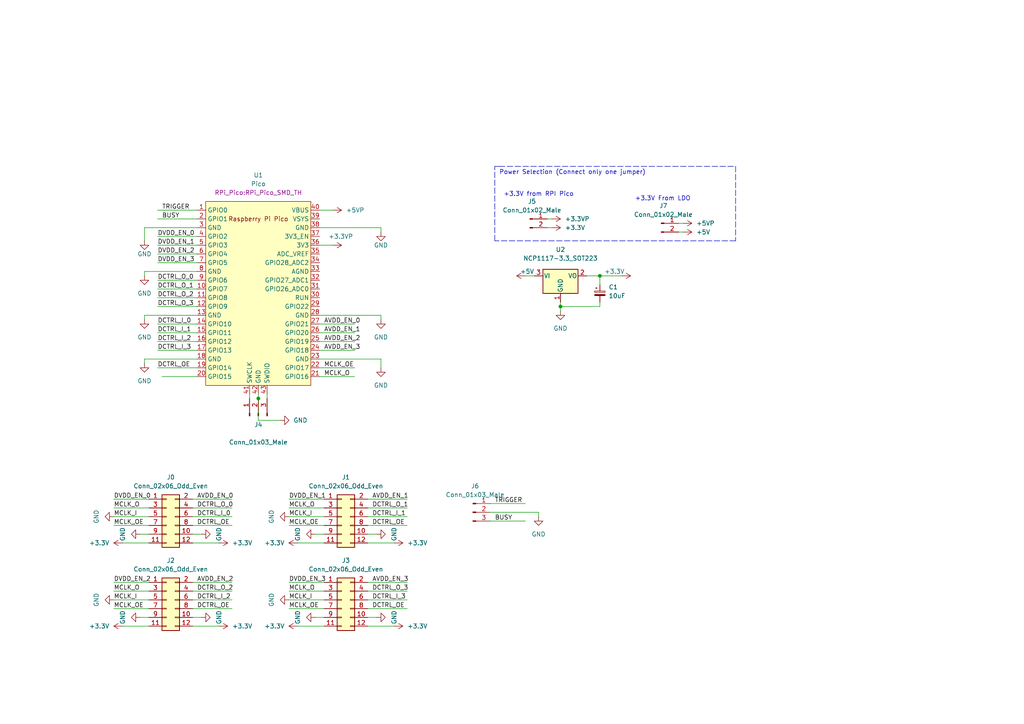
<source format=kicad_sch>
(kicad_sch (version 20211123) (generator eeschema)

  (uuid 7e52844b-a94c-4a5a-8983-8871b4548e6d)

  (paper "A4")

  (lib_symbols
    (symbol "Connector:Conn_01x02_Male" (pin_names (offset 1.016) hide) (in_bom yes) (on_board yes)
      (property "Reference" "J" (id 0) (at 0 2.54 0)
        (effects (font (size 1.27 1.27)))
      )
      (property "Value" "Conn_01x02_Male" (id 1) (at 0 -5.08 0)
        (effects (font (size 1.27 1.27)))
      )
      (property "Footprint" "" (id 2) (at 0 0 0)
        (effects (font (size 1.27 1.27)) hide)
      )
      (property "Datasheet" "~" (id 3) (at 0 0 0)
        (effects (font (size 1.27 1.27)) hide)
      )
      (property "ki_keywords" "connector" (id 4) (at 0 0 0)
        (effects (font (size 1.27 1.27)) hide)
      )
      (property "ki_description" "Generic connector, single row, 01x02, script generated (kicad-library-utils/schlib/autogen/connector/)" (id 5) (at 0 0 0)
        (effects (font (size 1.27 1.27)) hide)
      )
      (property "ki_fp_filters" "Connector*:*_1x??_*" (id 6) (at 0 0 0)
        (effects (font (size 1.27 1.27)) hide)
      )
      (symbol "Conn_01x02_Male_1_1"
        (polyline
          (pts
            (xy 1.27 -2.54)
            (xy 0.8636 -2.54)
          )
          (stroke (width 0.1524) (type default) (color 0 0 0 0))
          (fill (type none))
        )
        (polyline
          (pts
            (xy 1.27 0)
            (xy 0.8636 0)
          )
          (stroke (width 0.1524) (type default) (color 0 0 0 0))
          (fill (type none))
        )
        (rectangle (start 0.8636 -2.413) (end 0 -2.667)
          (stroke (width 0.1524) (type default) (color 0 0 0 0))
          (fill (type outline))
        )
        (rectangle (start 0.8636 0.127) (end 0 -0.127)
          (stroke (width 0.1524) (type default) (color 0 0 0 0))
          (fill (type outline))
        )
        (pin passive line (at 5.08 0 180) (length 3.81)
          (name "Pin_1" (effects (font (size 1.27 1.27))))
          (number "1" (effects (font (size 1.27 1.27))))
        )
        (pin passive line (at 5.08 -2.54 180) (length 3.81)
          (name "Pin_2" (effects (font (size 1.27 1.27))))
          (number "2" (effects (font (size 1.27 1.27))))
        )
      )
    )
    (symbol "Connector:Conn_01x03_Male" (pin_names (offset 1.016) hide) (in_bom yes) (on_board yes)
      (property "Reference" "J" (id 0) (at 0 5.08 0)
        (effects (font (size 1.27 1.27)))
      )
      (property "Value" "Conn_01x03_Male" (id 1) (at 0 -5.08 0)
        (effects (font (size 1.27 1.27)))
      )
      (property "Footprint" "" (id 2) (at 0 0 0)
        (effects (font (size 1.27 1.27)) hide)
      )
      (property "Datasheet" "~" (id 3) (at 0 0 0)
        (effects (font (size 1.27 1.27)) hide)
      )
      (property "ki_keywords" "connector" (id 4) (at 0 0 0)
        (effects (font (size 1.27 1.27)) hide)
      )
      (property "ki_description" "Generic connector, single row, 01x03, script generated (kicad-library-utils/schlib/autogen/connector/)" (id 5) (at 0 0 0)
        (effects (font (size 1.27 1.27)) hide)
      )
      (property "ki_fp_filters" "Connector*:*_1x??_*" (id 6) (at 0 0 0)
        (effects (font (size 1.27 1.27)) hide)
      )
      (symbol "Conn_01x03_Male_1_1"
        (polyline
          (pts
            (xy 1.27 -2.54)
            (xy 0.8636 -2.54)
          )
          (stroke (width 0.1524) (type default) (color 0 0 0 0))
          (fill (type none))
        )
        (polyline
          (pts
            (xy 1.27 0)
            (xy 0.8636 0)
          )
          (stroke (width 0.1524) (type default) (color 0 0 0 0))
          (fill (type none))
        )
        (polyline
          (pts
            (xy 1.27 2.54)
            (xy 0.8636 2.54)
          )
          (stroke (width 0.1524) (type default) (color 0 0 0 0))
          (fill (type none))
        )
        (rectangle (start 0.8636 -2.413) (end 0 -2.667)
          (stroke (width 0.1524) (type default) (color 0 0 0 0))
          (fill (type outline))
        )
        (rectangle (start 0.8636 0.127) (end 0 -0.127)
          (stroke (width 0.1524) (type default) (color 0 0 0 0))
          (fill (type outline))
        )
        (rectangle (start 0.8636 2.667) (end 0 2.413)
          (stroke (width 0.1524) (type default) (color 0 0 0 0))
          (fill (type outline))
        )
        (pin passive line (at 5.08 2.54 180) (length 3.81)
          (name "Pin_1" (effects (font (size 1.27 1.27))))
          (number "1" (effects (font (size 1.27 1.27))))
        )
        (pin passive line (at 5.08 0 180) (length 3.81)
          (name "Pin_2" (effects (font (size 1.27 1.27))))
          (number "2" (effects (font (size 1.27 1.27))))
        )
        (pin passive line (at 5.08 -2.54 180) (length 3.81)
          (name "Pin_3" (effects (font (size 1.27 1.27))))
          (number "3" (effects (font (size 1.27 1.27))))
        )
      )
    )
    (symbol "Connector_Generic:Conn_02x06_Odd_Even" (pin_names (offset 1.016) hide) (in_bom yes) (on_board yes)
      (property "Reference" "J" (id 0) (at 1.27 7.62 0)
        (effects (font (size 1.27 1.27)))
      )
      (property "Value" "Conn_02x06_Odd_Even" (id 1) (at 1.27 -10.16 0)
        (effects (font (size 1.27 1.27)))
      )
      (property "Footprint" "" (id 2) (at 0 0 0)
        (effects (font (size 1.27 1.27)) hide)
      )
      (property "Datasheet" "~" (id 3) (at 0 0 0)
        (effects (font (size 1.27 1.27)) hide)
      )
      (property "ki_keywords" "connector" (id 4) (at 0 0 0)
        (effects (font (size 1.27 1.27)) hide)
      )
      (property "ki_description" "Generic connector, double row, 02x06, odd/even pin numbering scheme (row 1 odd numbers, row 2 even numbers), script generated (kicad-library-utils/schlib/autogen/connector/)" (id 5) (at 0 0 0)
        (effects (font (size 1.27 1.27)) hide)
      )
      (property "ki_fp_filters" "Connector*:*_2x??_*" (id 6) (at 0 0 0)
        (effects (font (size 1.27 1.27)) hide)
      )
      (symbol "Conn_02x06_Odd_Even_1_1"
        (rectangle (start -1.27 -7.493) (end 0 -7.747)
          (stroke (width 0.1524) (type default) (color 0 0 0 0))
          (fill (type none))
        )
        (rectangle (start -1.27 -4.953) (end 0 -5.207)
          (stroke (width 0.1524) (type default) (color 0 0 0 0))
          (fill (type none))
        )
        (rectangle (start -1.27 -2.413) (end 0 -2.667)
          (stroke (width 0.1524) (type default) (color 0 0 0 0))
          (fill (type none))
        )
        (rectangle (start -1.27 0.127) (end 0 -0.127)
          (stroke (width 0.1524) (type default) (color 0 0 0 0))
          (fill (type none))
        )
        (rectangle (start -1.27 2.667) (end 0 2.413)
          (stroke (width 0.1524) (type default) (color 0 0 0 0))
          (fill (type none))
        )
        (rectangle (start -1.27 5.207) (end 0 4.953)
          (stroke (width 0.1524) (type default) (color 0 0 0 0))
          (fill (type none))
        )
        (rectangle (start -1.27 6.35) (end 3.81 -8.89)
          (stroke (width 0.254) (type default) (color 0 0 0 0))
          (fill (type background))
        )
        (rectangle (start 3.81 -7.493) (end 2.54 -7.747)
          (stroke (width 0.1524) (type default) (color 0 0 0 0))
          (fill (type none))
        )
        (rectangle (start 3.81 -4.953) (end 2.54 -5.207)
          (stroke (width 0.1524) (type default) (color 0 0 0 0))
          (fill (type none))
        )
        (rectangle (start 3.81 -2.413) (end 2.54 -2.667)
          (stroke (width 0.1524) (type default) (color 0 0 0 0))
          (fill (type none))
        )
        (rectangle (start 3.81 0.127) (end 2.54 -0.127)
          (stroke (width 0.1524) (type default) (color 0 0 0 0))
          (fill (type none))
        )
        (rectangle (start 3.81 2.667) (end 2.54 2.413)
          (stroke (width 0.1524) (type default) (color 0 0 0 0))
          (fill (type none))
        )
        (rectangle (start 3.81 5.207) (end 2.54 4.953)
          (stroke (width 0.1524) (type default) (color 0 0 0 0))
          (fill (type none))
        )
        (pin passive line (at -5.08 5.08 0) (length 3.81)
          (name "Pin_1" (effects (font (size 1.27 1.27))))
          (number "1" (effects (font (size 1.27 1.27))))
        )
        (pin passive line (at 7.62 -5.08 180) (length 3.81)
          (name "Pin_10" (effects (font (size 1.27 1.27))))
          (number "10" (effects (font (size 1.27 1.27))))
        )
        (pin passive line (at -5.08 -7.62 0) (length 3.81)
          (name "Pin_11" (effects (font (size 1.27 1.27))))
          (number "11" (effects (font (size 1.27 1.27))))
        )
        (pin passive line (at 7.62 -7.62 180) (length 3.81)
          (name "Pin_12" (effects (font (size 1.27 1.27))))
          (number "12" (effects (font (size 1.27 1.27))))
        )
        (pin passive line (at 7.62 5.08 180) (length 3.81)
          (name "Pin_2" (effects (font (size 1.27 1.27))))
          (number "2" (effects (font (size 1.27 1.27))))
        )
        (pin passive line (at -5.08 2.54 0) (length 3.81)
          (name "Pin_3" (effects (font (size 1.27 1.27))))
          (number "3" (effects (font (size 1.27 1.27))))
        )
        (pin passive line (at 7.62 2.54 180) (length 3.81)
          (name "Pin_4" (effects (font (size 1.27 1.27))))
          (number "4" (effects (font (size 1.27 1.27))))
        )
        (pin passive line (at -5.08 0 0) (length 3.81)
          (name "Pin_5" (effects (font (size 1.27 1.27))))
          (number "5" (effects (font (size 1.27 1.27))))
        )
        (pin passive line (at 7.62 0 180) (length 3.81)
          (name "Pin_6" (effects (font (size 1.27 1.27))))
          (number "6" (effects (font (size 1.27 1.27))))
        )
        (pin passive line (at -5.08 -2.54 0) (length 3.81)
          (name "Pin_7" (effects (font (size 1.27 1.27))))
          (number "7" (effects (font (size 1.27 1.27))))
        )
        (pin passive line (at 7.62 -2.54 180) (length 3.81)
          (name "Pin_8" (effects (font (size 1.27 1.27))))
          (number "8" (effects (font (size 1.27 1.27))))
        )
        (pin passive line (at -5.08 -5.08 0) (length 3.81)
          (name "Pin_9" (effects (font (size 1.27 1.27))))
          (number "9" (effects (font (size 1.27 1.27))))
        )
      )
    )
    (symbol "Device:C_Polarized_Small" (pin_numbers hide) (pin_names (offset 0.254) hide) (in_bom yes) (on_board yes)
      (property "Reference" "C" (id 0) (at 0.254 1.778 0)
        (effects (font (size 1.27 1.27)) (justify left))
      )
      (property "Value" "C_Polarized_Small" (id 1) (at 0.254 -2.032 0)
        (effects (font (size 1.27 1.27)) (justify left))
      )
      (property "Footprint" "" (id 2) (at 0 0 0)
        (effects (font (size 1.27 1.27)) hide)
      )
      (property "Datasheet" "~" (id 3) (at 0 0 0)
        (effects (font (size 1.27 1.27)) hide)
      )
      (property "ki_keywords" "cap capacitor" (id 4) (at 0 0 0)
        (effects (font (size 1.27 1.27)) hide)
      )
      (property "ki_description" "Polarized capacitor, small symbol" (id 5) (at 0 0 0)
        (effects (font (size 1.27 1.27)) hide)
      )
      (property "ki_fp_filters" "CP_*" (id 6) (at 0 0 0)
        (effects (font (size 1.27 1.27)) hide)
      )
      (symbol "C_Polarized_Small_0_1"
        (rectangle (start -1.524 -0.3048) (end 1.524 -0.6858)
          (stroke (width 0) (type default) (color 0 0 0 0))
          (fill (type outline))
        )
        (rectangle (start -1.524 0.6858) (end 1.524 0.3048)
          (stroke (width 0) (type default) (color 0 0 0 0))
          (fill (type none))
        )
        (polyline
          (pts
            (xy -1.27 1.524)
            (xy -0.762 1.524)
          )
          (stroke (width 0) (type default) (color 0 0 0 0))
          (fill (type none))
        )
        (polyline
          (pts
            (xy -1.016 1.27)
            (xy -1.016 1.778)
          )
          (stroke (width 0) (type default) (color 0 0 0 0))
          (fill (type none))
        )
      )
      (symbol "C_Polarized_Small_1_1"
        (pin passive line (at 0 2.54 270) (length 1.8542)
          (name "~" (effects (font (size 1.27 1.27))))
          (number "1" (effects (font (size 1.27 1.27))))
        )
        (pin passive line (at 0 -2.54 90) (length 1.8542)
          (name "~" (effects (font (size 1.27 1.27))))
          (number "2" (effects (font (size 1.27 1.27))))
        )
      )
    )
    (symbol "MCU_RaspberryPi_and_Boards:Pico" (in_bom yes) (on_board yes)
      (property "Reference" "U" (id 0) (at -13.97 27.94 0)
        (effects (font (size 1.27 1.27)))
      )
      (property "Value" "Pico" (id 1) (at 0 19.05 0)
        (effects (font (size 1.27 1.27)))
      )
      (property "Footprint" "RPi_Pico:RPi_Pico_SMD_TH" (id 2) (at 0 0 90)
        (effects (font (size 1.27 1.27)))
      )
      (property "Datasheet" "" (id 3) (at 0 0 0)
        (effects (font (size 1.27 1.27)) hide)
      )
      (symbol "Pico_0_0"
        (text "Raspberry Pi Pico" (at 0 21.59 0)
          (effects (font (size 1.27 1.27)))
        )
      )
      (symbol "Pico_0_1"
        (rectangle (start -15.24 26.67) (end 15.24 -26.67)
          (stroke (width 0) (type default) (color 0 0 0 0))
          (fill (type background))
        )
      )
      (symbol "Pico_1_1"
        (pin bidirectional line (at -17.78 24.13 0) (length 2.54)
          (name "GPIO0" (effects (font (size 1.27 1.27))))
          (number "1" (effects (font (size 1.27 1.27))))
        )
        (pin bidirectional line (at -17.78 1.27 0) (length 2.54)
          (name "GPIO7" (effects (font (size 1.27 1.27))))
          (number "10" (effects (font (size 1.27 1.27))))
        )
        (pin bidirectional line (at -17.78 -1.27 0) (length 2.54)
          (name "GPIO8" (effects (font (size 1.27 1.27))))
          (number "11" (effects (font (size 1.27 1.27))))
        )
        (pin bidirectional line (at -17.78 -3.81 0) (length 2.54)
          (name "GPIO9" (effects (font (size 1.27 1.27))))
          (number "12" (effects (font (size 1.27 1.27))))
        )
        (pin power_in line (at -17.78 -6.35 0) (length 2.54)
          (name "GND" (effects (font (size 1.27 1.27))))
          (number "13" (effects (font (size 1.27 1.27))))
        )
        (pin bidirectional line (at -17.78 -8.89 0) (length 2.54)
          (name "GPIO10" (effects (font (size 1.27 1.27))))
          (number "14" (effects (font (size 1.27 1.27))))
        )
        (pin bidirectional line (at -17.78 -11.43 0) (length 2.54)
          (name "GPIO11" (effects (font (size 1.27 1.27))))
          (number "15" (effects (font (size 1.27 1.27))))
        )
        (pin bidirectional line (at -17.78 -13.97 0) (length 2.54)
          (name "GPIO12" (effects (font (size 1.27 1.27))))
          (number "16" (effects (font (size 1.27 1.27))))
        )
        (pin bidirectional line (at -17.78 -16.51 0) (length 2.54)
          (name "GPIO13" (effects (font (size 1.27 1.27))))
          (number "17" (effects (font (size 1.27 1.27))))
        )
        (pin power_in line (at -17.78 -19.05 0) (length 2.54)
          (name "GND" (effects (font (size 1.27 1.27))))
          (number "18" (effects (font (size 1.27 1.27))))
        )
        (pin bidirectional line (at -17.78 -21.59 0) (length 2.54)
          (name "GPIO14" (effects (font (size 1.27 1.27))))
          (number "19" (effects (font (size 1.27 1.27))))
        )
        (pin bidirectional line (at -17.78 21.59 0) (length 2.54)
          (name "GPIO1" (effects (font (size 1.27 1.27))))
          (number "2" (effects (font (size 1.27 1.27))))
        )
        (pin bidirectional line (at -17.78 -24.13 0) (length 2.54)
          (name "GPIO15" (effects (font (size 1.27 1.27))))
          (number "20" (effects (font (size 1.27 1.27))))
        )
        (pin bidirectional line (at 17.78 -24.13 180) (length 2.54)
          (name "GPIO16" (effects (font (size 1.27 1.27))))
          (number "21" (effects (font (size 1.27 1.27))))
        )
        (pin bidirectional line (at 17.78 -21.59 180) (length 2.54)
          (name "GPIO17" (effects (font (size 1.27 1.27))))
          (number "22" (effects (font (size 1.27 1.27))))
        )
        (pin power_in line (at 17.78 -19.05 180) (length 2.54)
          (name "GND" (effects (font (size 1.27 1.27))))
          (number "23" (effects (font (size 1.27 1.27))))
        )
        (pin bidirectional line (at 17.78 -16.51 180) (length 2.54)
          (name "GPIO18" (effects (font (size 1.27 1.27))))
          (number "24" (effects (font (size 1.27 1.27))))
        )
        (pin bidirectional line (at 17.78 -13.97 180) (length 2.54)
          (name "GPIO19" (effects (font (size 1.27 1.27))))
          (number "25" (effects (font (size 1.27 1.27))))
        )
        (pin bidirectional line (at 17.78 -11.43 180) (length 2.54)
          (name "GPIO20" (effects (font (size 1.27 1.27))))
          (number "26" (effects (font (size 1.27 1.27))))
        )
        (pin bidirectional line (at 17.78 -8.89 180) (length 2.54)
          (name "GPIO21" (effects (font (size 1.27 1.27))))
          (number "27" (effects (font (size 1.27 1.27))))
        )
        (pin power_in line (at 17.78 -6.35 180) (length 2.54)
          (name "GND" (effects (font (size 1.27 1.27))))
          (number "28" (effects (font (size 1.27 1.27))))
        )
        (pin bidirectional line (at 17.78 -3.81 180) (length 2.54)
          (name "GPIO22" (effects (font (size 1.27 1.27))))
          (number "29" (effects (font (size 1.27 1.27))))
        )
        (pin power_in line (at -17.78 19.05 0) (length 2.54)
          (name "GND" (effects (font (size 1.27 1.27))))
          (number "3" (effects (font (size 1.27 1.27))))
        )
        (pin input line (at 17.78 -1.27 180) (length 2.54)
          (name "RUN" (effects (font (size 1.27 1.27))))
          (number "30" (effects (font (size 1.27 1.27))))
        )
        (pin bidirectional line (at 17.78 1.27 180) (length 2.54)
          (name "GPIO26_ADC0" (effects (font (size 1.27 1.27))))
          (number "31" (effects (font (size 1.27 1.27))))
        )
        (pin bidirectional line (at 17.78 3.81 180) (length 2.54)
          (name "GPIO27_ADC1" (effects (font (size 1.27 1.27))))
          (number "32" (effects (font (size 1.27 1.27))))
        )
        (pin power_in line (at 17.78 6.35 180) (length 2.54)
          (name "AGND" (effects (font (size 1.27 1.27))))
          (number "33" (effects (font (size 1.27 1.27))))
        )
        (pin bidirectional line (at 17.78 8.89 180) (length 2.54)
          (name "GPIO28_ADC2" (effects (font (size 1.27 1.27))))
          (number "34" (effects (font (size 1.27 1.27))))
        )
        (pin power_in line (at 17.78 11.43 180) (length 2.54)
          (name "ADC_VREF" (effects (font (size 1.27 1.27))))
          (number "35" (effects (font (size 1.27 1.27))))
        )
        (pin power_in line (at 17.78 13.97 180) (length 2.54)
          (name "3V3" (effects (font (size 1.27 1.27))))
          (number "36" (effects (font (size 1.27 1.27))))
        )
        (pin input line (at 17.78 16.51 180) (length 2.54)
          (name "3V3_EN" (effects (font (size 1.27 1.27))))
          (number "37" (effects (font (size 1.27 1.27))))
        )
        (pin bidirectional line (at 17.78 19.05 180) (length 2.54)
          (name "GND" (effects (font (size 1.27 1.27))))
          (number "38" (effects (font (size 1.27 1.27))))
        )
        (pin power_in line (at 17.78 21.59 180) (length 2.54)
          (name "VSYS" (effects (font (size 1.27 1.27))))
          (number "39" (effects (font (size 1.27 1.27))))
        )
        (pin bidirectional line (at -17.78 16.51 0) (length 2.54)
          (name "GPIO2" (effects (font (size 1.27 1.27))))
          (number "4" (effects (font (size 1.27 1.27))))
        )
        (pin power_in line (at 17.78 24.13 180) (length 2.54)
          (name "VBUS" (effects (font (size 1.27 1.27))))
          (number "40" (effects (font (size 1.27 1.27))))
        )
        (pin input line (at -2.54 -29.21 90) (length 2.54)
          (name "SWCLK" (effects (font (size 1.27 1.27))))
          (number "41" (effects (font (size 1.27 1.27))))
        )
        (pin power_in line (at 0 -29.21 90) (length 2.54)
          (name "GND" (effects (font (size 1.27 1.27))))
          (number "42" (effects (font (size 1.27 1.27))))
        )
        (pin bidirectional line (at 2.54 -29.21 90) (length 2.54)
          (name "SWDIO" (effects (font (size 1.27 1.27))))
          (number "43" (effects (font (size 1.27 1.27))))
        )
        (pin bidirectional line (at -17.78 13.97 0) (length 2.54)
          (name "GPIO3" (effects (font (size 1.27 1.27))))
          (number "5" (effects (font (size 1.27 1.27))))
        )
        (pin bidirectional line (at -17.78 11.43 0) (length 2.54)
          (name "GPIO4" (effects (font (size 1.27 1.27))))
          (number "6" (effects (font (size 1.27 1.27))))
        )
        (pin bidirectional line (at -17.78 8.89 0) (length 2.54)
          (name "GPIO5" (effects (font (size 1.27 1.27))))
          (number "7" (effects (font (size 1.27 1.27))))
        )
        (pin power_in line (at -17.78 6.35 0) (length 2.54)
          (name "GND" (effects (font (size 1.27 1.27))))
          (number "8" (effects (font (size 1.27 1.27))))
        )
        (pin bidirectional line (at -17.78 3.81 0) (length 2.54)
          (name "GPIO6" (effects (font (size 1.27 1.27))))
          (number "9" (effects (font (size 1.27 1.27))))
        )
      )
    )
    (symbol "Regulator_Linear:NCP1117-3.3_SOT223" (pin_names (offset 0.254)) (in_bom yes) (on_board yes)
      (property "Reference" "U" (id 0) (at -3.81 3.175 0)
        (effects (font (size 1.27 1.27)))
      )
      (property "Value" "NCP1117-3.3_SOT223" (id 1) (at 0 3.175 0)
        (effects (font (size 1.27 1.27)) (justify left))
      )
      (property "Footprint" "Package_TO_SOT_SMD:SOT-223-3_TabPin2" (id 2) (at 0 5.08 0)
        (effects (font (size 1.27 1.27)) hide)
      )
      (property "Datasheet" "http://www.onsemi.com/pub_link/Collateral/NCP1117-D.PDF" (id 3) (at 2.54 -6.35 0)
        (effects (font (size 1.27 1.27)) hide)
      )
      (property "ki_keywords" "REGULATOR LDO 3.3V" (id 4) (at 0 0 0)
        (effects (font (size 1.27 1.27)) hide)
      )
      (property "ki_description" "1A Low drop-out regulator, Fixed Output 3.3V, SOT-223" (id 5) (at 0 0 0)
        (effects (font (size 1.27 1.27)) hide)
      )
      (property "ki_fp_filters" "SOT?223*TabPin2*" (id 6) (at 0 0 0)
        (effects (font (size 1.27 1.27)) hide)
      )
      (symbol "NCP1117-3.3_SOT223_0_1"
        (rectangle (start -5.08 -5.08) (end 5.08 1.905)
          (stroke (width 0.254) (type default) (color 0 0 0 0))
          (fill (type background))
        )
      )
      (symbol "NCP1117-3.3_SOT223_1_1"
        (pin power_in line (at 0 -7.62 90) (length 2.54)
          (name "GND" (effects (font (size 1.27 1.27))))
          (number "1" (effects (font (size 1.27 1.27))))
        )
        (pin power_out line (at 7.62 0 180) (length 2.54)
          (name "VO" (effects (font (size 1.27 1.27))))
          (number "2" (effects (font (size 1.27 1.27))))
        )
        (pin power_in line (at -7.62 0 0) (length 2.54)
          (name "VI" (effects (font (size 1.27 1.27))))
          (number "3" (effects (font (size 1.27 1.27))))
        )
      )
    )
    (symbol "power:+3.3V" (power) (pin_names (offset 0)) (in_bom yes) (on_board yes)
      (property "Reference" "#PWR" (id 0) (at 0 -3.81 0)
        (effects (font (size 1.27 1.27)) hide)
      )
      (property "Value" "+3.3V" (id 1) (at 0 3.556 0)
        (effects (font (size 1.27 1.27)))
      )
      (property "Footprint" "" (id 2) (at 0 0 0)
        (effects (font (size 1.27 1.27)) hide)
      )
      (property "Datasheet" "" (id 3) (at 0 0 0)
        (effects (font (size 1.27 1.27)) hide)
      )
      (property "ki_keywords" "power-flag" (id 4) (at 0 0 0)
        (effects (font (size 1.27 1.27)) hide)
      )
      (property "ki_description" "Power symbol creates a global label with name \"+3.3V\"" (id 5) (at 0 0 0)
        (effects (font (size 1.27 1.27)) hide)
      )
      (symbol "+3.3V_0_1"
        (polyline
          (pts
            (xy -0.762 1.27)
            (xy 0 2.54)
          )
          (stroke (width 0) (type default) (color 0 0 0 0))
          (fill (type none))
        )
        (polyline
          (pts
            (xy 0 0)
            (xy 0 2.54)
          )
          (stroke (width 0) (type default) (color 0 0 0 0))
          (fill (type none))
        )
        (polyline
          (pts
            (xy 0 2.54)
            (xy 0.762 1.27)
          )
          (stroke (width 0) (type default) (color 0 0 0 0))
          (fill (type none))
        )
      )
      (symbol "+3.3V_1_1"
        (pin power_in line (at 0 0 90) (length 0) hide
          (name "+3.3V" (effects (font (size 1.27 1.27))))
          (number "1" (effects (font (size 1.27 1.27))))
        )
      )
    )
    (symbol "power:+3.3VP" (power) (pin_names (offset 0)) (in_bom yes) (on_board yes)
      (property "Reference" "#PWR" (id 0) (at 3.81 -1.27 0)
        (effects (font (size 1.27 1.27)) hide)
      )
      (property "Value" "+3.3VP" (id 1) (at 0 2.54 0)
        (effects (font (size 1.27 1.27)))
      )
      (property "Footprint" "" (id 2) (at 0 0 0)
        (effects (font (size 1.27 1.27)) hide)
      )
      (property "Datasheet" "" (id 3) (at 0 0 0)
        (effects (font (size 1.27 1.27)) hide)
      )
      (property "ki_keywords" "power-flag" (id 4) (at 0 0 0)
        (effects (font (size 1.27 1.27)) hide)
      )
      (property "ki_description" "Power symbol creates a global label with name \"+3.3VP\"" (id 5) (at 0 0 0)
        (effects (font (size 1.27 1.27)) hide)
      )
      (symbol "+3.3VP_0_0"
        (pin power_in line (at 0 0 90) (length 0) hide
          (name "+3.3VP" (effects (font (size 1.27 1.27))))
          (number "1" (effects (font (size 1.27 1.27))))
        )
      )
      (symbol "+3.3VP_0_1"
        (polyline
          (pts
            (xy -0.762 1.27)
            (xy 0 2.54)
          )
          (stroke (width 0) (type default) (color 0 0 0 0))
          (fill (type none))
        )
        (polyline
          (pts
            (xy 0 0)
            (xy 0 2.54)
          )
          (stroke (width 0) (type default) (color 0 0 0 0))
          (fill (type none))
        )
        (polyline
          (pts
            (xy 0 2.54)
            (xy 0.762 1.27)
          )
          (stroke (width 0) (type default) (color 0 0 0 0))
          (fill (type none))
        )
      )
    )
    (symbol "power:+5V" (power) (pin_names (offset 0)) (in_bom yes) (on_board yes)
      (property "Reference" "#PWR" (id 0) (at 0 -3.81 0)
        (effects (font (size 1.27 1.27)) hide)
      )
      (property "Value" "+5V" (id 1) (at 0 3.556 0)
        (effects (font (size 1.27 1.27)))
      )
      (property "Footprint" "" (id 2) (at 0 0 0)
        (effects (font (size 1.27 1.27)) hide)
      )
      (property "Datasheet" "" (id 3) (at 0 0 0)
        (effects (font (size 1.27 1.27)) hide)
      )
      (property "ki_keywords" "power-flag" (id 4) (at 0 0 0)
        (effects (font (size 1.27 1.27)) hide)
      )
      (property "ki_description" "Power symbol creates a global label with name \"+5V\"" (id 5) (at 0 0 0)
        (effects (font (size 1.27 1.27)) hide)
      )
      (symbol "+5V_0_1"
        (polyline
          (pts
            (xy -0.762 1.27)
            (xy 0 2.54)
          )
          (stroke (width 0) (type default) (color 0 0 0 0))
          (fill (type none))
        )
        (polyline
          (pts
            (xy 0 0)
            (xy 0 2.54)
          )
          (stroke (width 0) (type default) (color 0 0 0 0))
          (fill (type none))
        )
        (polyline
          (pts
            (xy 0 2.54)
            (xy 0.762 1.27)
          )
          (stroke (width 0) (type default) (color 0 0 0 0))
          (fill (type none))
        )
      )
      (symbol "+5V_1_1"
        (pin power_in line (at 0 0 90) (length 0) hide
          (name "+5V" (effects (font (size 1.27 1.27))))
          (number "1" (effects (font (size 1.27 1.27))))
        )
      )
    )
    (symbol "power:+5VP" (power) (pin_names (offset 0)) (in_bom yes) (on_board yes)
      (property "Reference" "#PWR" (id 0) (at 0 -3.81 0)
        (effects (font (size 1.27 1.27)) hide)
      )
      (property "Value" "+5VP" (id 1) (at 0 3.556 0)
        (effects (font (size 1.27 1.27)))
      )
      (property "Footprint" "" (id 2) (at 0 0 0)
        (effects (font (size 1.27 1.27)) hide)
      )
      (property "Datasheet" "" (id 3) (at 0 0 0)
        (effects (font (size 1.27 1.27)) hide)
      )
      (property "ki_keywords" "power-flag" (id 4) (at 0 0 0)
        (effects (font (size 1.27 1.27)) hide)
      )
      (property "ki_description" "Power symbol creates a global label with name \"+5VP\"" (id 5) (at 0 0 0)
        (effects (font (size 1.27 1.27)) hide)
      )
      (symbol "+5VP_0_1"
        (polyline
          (pts
            (xy -0.762 1.27)
            (xy 0 2.54)
          )
          (stroke (width 0) (type default) (color 0 0 0 0))
          (fill (type none))
        )
        (polyline
          (pts
            (xy 0 0)
            (xy 0 2.54)
          )
          (stroke (width 0) (type default) (color 0 0 0 0))
          (fill (type none))
        )
        (polyline
          (pts
            (xy 0 2.54)
            (xy 0.762 1.27)
          )
          (stroke (width 0) (type default) (color 0 0 0 0))
          (fill (type none))
        )
      )
      (symbol "+5VP_1_1"
        (pin power_in line (at 0 0 90) (length 0) hide
          (name "+5VP" (effects (font (size 1.27 1.27))))
          (number "1" (effects (font (size 1.27 1.27))))
        )
      )
    )
    (symbol "power:GND" (power) (pin_names (offset 0)) (in_bom yes) (on_board yes)
      (property "Reference" "#PWR" (id 0) (at 0 -6.35 0)
        (effects (font (size 1.27 1.27)) hide)
      )
      (property "Value" "GND" (id 1) (at 0 -3.81 0)
        (effects (font (size 1.27 1.27)))
      )
      (property "Footprint" "" (id 2) (at 0 0 0)
        (effects (font (size 1.27 1.27)) hide)
      )
      (property "Datasheet" "" (id 3) (at 0 0 0)
        (effects (font (size 1.27 1.27)) hide)
      )
      (property "ki_keywords" "power-flag" (id 4) (at 0 0 0)
        (effects (font (size 1.27 1.27)) hide)
      )
      (property "ki_description" "Power symbol creates a global label with name \"GND\" , ground" (id 5) (at 0 0 0)
        (effects (font (size 1.27 1.27)) hide)
      )
      (symbol "GND_0_1"
        (polyline
          (pts
            (xy 0 0)
            (xy 0 -1.27)
            (xy 1.27 -1.27)
            (xy 0 -2.54)
            (xy -1.27 -1.27)
            (xy 0 -1.27)
          )
          (stroke (width 0) (type default) (color 0 0 0 0))
          (fill (type none))
        )
      )
      (symbol "GND_1_1"
        (pin power_in line (at 0 0 270) (length 0) hide
          (name "GND" (effects (font (size 1.27 1.27))))
          (number "1" (effects (font (size 1.27 1.27))))
        )
      )
    )
  )

  (junction (at 74.93 115.57) (diameter 0) (color 0 0 0 0)
    (uuid 8325d538-d396-4f34-bd14-cdc87d0dacce)
  )
  (junction (at 173.99 80.01) (diameter 0) (color 0 0 0 0)
    (uuid 8c290320-3ecf-4bec-a076-1df93b92aef8)
  )
  (junction (at 162.56 88.9) (diameter 0) (color 0 0 0 0)
    (uuid ae1a997f-6ab3-4ab8-8c96-dfb9be6a72cc)
  )

  (wire (pts (xy 81.28 121.92) (xy 74.93 121.92))
    (stroke (width 0) (type default) (color 0 0 0 0))
    (uuid 0091083a-ed7d-4131-8352-3075b340ef65)
  )
  (wire (pts (xy 142.24 146.05) (xy 152.4 146.05))
    (stroke (width 0) (type default) (color 0 0 0 0))
    (uuid 029a994c-ef41-4bbe-858f-9d3f5867d206)
  )
  (wire (pts (xy 45.72 63.5) (xy 57.15 63.5))
    (stroke (width 0) (type default) (color 0 0 0 0))
    (uuid 048d8db9-2187-4564-a7fd-a7b5ff6ee5f7)
  )
  (wire (pts (xy 162.56 88.9) (xy 162.56 87.63))
    (stroke (width 0) (type default) (color 0 0 0 0))
    (uuid 050304a8-f854-4590-8118-26fbfdc7a548)
  )
  (wire (pts (xy 55.88 179.07) (xy 58.42 179.07))
    (stroke (width 0) (type default) (color 0 0 0 0))
    (uuid 065ec65c-b6f3-414b-81f4-d1f1ab18dcce)
  )
  (wire (pts (xy 92.71 109.22) (xy 102.87 109.22))
    (stroke (width 0) (type default) (color 0 0 0 0))
    (uuid 08edd2ec-356f-4f50-8782-3ca1e39dacf0)
  )
  (wire (pts (xy 92.71 106.68) (xy 102.87 106.68))
    (stroke (width 0) (type default) (color 0 0 0 0))
    (uuid 09ad273a-455e-45a5-b822-9a4e3be9f931)
  )
  (wire (pts (xy 162.56 88.9) (xy 173.99 88.9))
    (stroke (width 0) (type default) (color 0 0 0 0))
    (uuid 0a6bb7ee-0f0e-44fb-9e42-4d3b8b4465a2)
  )
  (wire (pts (xy 45.72 101.6) (xy 57.15 101.6))
    (stroke (width 0) (type default) (color 0 0 0 0))
    (uuid 0d23255e-166b-45c8-8a76-545e96efac15)
  )
  (wire (pts (xy 35.56 181.61) (xy 43.18 181.61))
    (stroke (width 0) (type default) (color 0 0 0 0))
    (uuid 0e2fa590-be33-4147-8e00-b682ad193e6b)
  )
  (wire (pts (xy 110.49 66.04) (xy 110.49 67.31))
    (stroke (width 0) (type default) (color 0 0 0 0))
    (uuid 10db1b68-6059-4c94-ad3a-32d70d5c89bf)
  )
  (wire (pts (xy 45.72 88.9) (xy 57.15 88.9))
    (stroke (width 0) (type default) (color 0 0 0 0))
    (uuid 12a84a80-54c1-46fa-8a0a-f73c362f3cfc)
  )
  (wire (pts (xy 83.82 152.4) (xy 93.98 152.4))
    (stroke (width 0) (type default) (color 0 0 0 0))
    (uuid 137aeb17-742a-4a27-8c2b-2c92e44f0d67)
  )
  (wire (pts (xy 83.82 144.78) (xy 93.98 144.78))
    (stroke (width 0) (type default) (color 0 0 0 0))
    (uuid 15229252-a440-4b80-94bf-b203979c8d9d)
  )
  (wire (pts (xy 41.91 66.04) (xy 41.91 69.85))
    (stroke (width 0) (type default) (color 0 0 0 0))
    (uuid 160fcacf-5a82-48f9-a94a-e2658a71e6c2)
  )
  (wire (pts (xy 55.88 157.48) (xy 63.5 157.48))
    (stroke (width 0) (type default) (color 0 0 0 0))
    (uuid 1695c5d8-f702-4eeb-8912-6e235765a149)
  )
  (wire (pts (xy 55.88 171.45) (xy 67.31 171.45))
    (stroke (width 0) (type default) (color 0 0 0 0))
    (uuid 174e3ce8-c9c6-444c-a362-e4fbfb8a4185)
  )
  (wire (pts (xy 106.68 157.48) (xy 114.3 157.48))
    (stroke (width 0) (type default) (color 0 0 0 0))
    (uuid 19a8b164-d52d-4573-9344-42ae32e18e22)
  )
  (wire (pts (xy 45.72 71.12) (xy 57.15 71.12))
    (stroke (width 0) (type default) (color 0 0 0 0))
    (uuid 1a60a6df-86fc-47c9-95b4-5435f530d6b6)
  )
  (wire (pts (xy 152.4 80.01) (xy 154.94 80.01))
    (stroke (width 0) (type default) (color 0 0 0 0))
    (uuid 1afe18c0-4b12-4471-978e-e147db7652f6)
  )
  (wire (pts (xy 43.18 147.32) (xy 33.02 147.32))
    (stroke (width 0) (type default) (color 0 0 0 0))
    (uuid 1bb4d5fd-8238-4504-a8f6-c25f1de9bd29)
  )
  (wire (pts (xy 110.49 91.44) (xy 110.49 92.71))
    (stroke (width 0) (type default) (color 0 0 0 0))
    (uuid 1c5fb728-5100-4142-bb0d-1e0136a3704e)
  )
  (wire (pts (xy 83.82 176.53) (xy 93.98 176.53))
    (stroke (width 0) (type default) (color 0 0 0 0))
    (uuid 1c8f4a6b-4af3-4d0e-b94c-543e491fbb80)
  )
  (wire (pts (xy 55.88 144.78) (xy 67.31 144.78))
    (stroke (width 0) (type default) (color 0 0 0 0))
    (uuid 2382d410-0ef9-42b2-8549-c9cf394b4017)
  )
  (wire (pts (xy 45.72 96.52) (xy 57.15 96.52))
    (stroke (width 0) (type default) (color 0 0 0 0))
    (uuid 28794aa8-3e93-4f05-abb6-9b0dc54b6b2d)
  )
  (polyline (pts (xy 213.36 69.85) (xy 143.51 69.85))
    (stroke (width 0) (type default) (color 0 0 0 0))
    (uuid 29facf43-6407-4b74-a308-9a7e400ec87d)
  )

  (wire (pts (xy 45.72 68.58) (xy 57.15 68.58))
    (stroke (width 0) (type default) (color 0 0 0 0))
    (uuid 2a6c0db4-a7e3-49cf-be36-0425b9be281d)
  )
  (wire (pts (xy 86.36 181.61) (xy 93.98 181.61))
    (stroke (width 0) (type default) (color 0 0 0 0))
    (uuid 2f10f4d4-386a-48ac-b604-a050e98aff32)
  )
  (wire (pts (xy 45.72 99.06) (xy 57.15 99.06))
    (stroke (width 0) (type default) (color 0 0 0 0))
    (uuid 2f338e90-773b-41b2-91a2-bc8b10b5022e)
  )
  (wire (pts (xy 41.91 91.44) (xy 57.15 91.44))
    (stroke (width 0) (type default) (color 0 0 0 0))
    (uuid 3260ce0f-3b11-4bba-bb8a-69e65545d259)
  )
  (wire (pts (xy 43.18 171.45) (xy 33.02 171.45))
    (stroke (width 0) (type default) (color 0 0 0 0))
    (uuid 32da99f3-b6c5-4198-868a-94080f15a4a4)
  )
  (wire (pts (xy 83.82 149.86) (xy 93.98 149.86))
    (stroke (width 0) (type default) (color 0 0 0 0))
    (uuid 39cc3a70-377e-49e3-8bfb-12c9c840d7fe)
  )
  (wire (pts (xy 33.02 149.86) (xy 43.18 149.86))
    (stroke (width 0) (type default) (color 0 0 0 0))
    (uuid 3b3f046d-ef4d-415f-8e46-2a8f62968ee7)
  )
  (wire (pts (xy 33.02 144.78) (xy 43.18 144.78))
    (stroke (width 0) (type default) (color 0 0 0 0))
    (uuid 3b66ce41-0ccf-46f9-9d65-5cd642e858d8)
  )
  (wire (pts (xy 92.71 93.98) (xy 102.87 93.98))
    (stroke (width 0) (type default) (color 0 0 0 0))
    (uuid 3ee828a4-8593-4dd7-8003-3a63f445cb50)
  )
  (wire (pts (xy 74.93 115.57) (xy 74.93 121.92))
    (stroke (width 0) (type default) (color 0 0 0 0))
    (uuid 4027a168-bd3a-4d17-a64b-b11289f55f72)
  )
  (wire (pts (xy 41.91 66.04) (xy 57.15 66.04))
    (stroke (width 0) (type default) (color 0 0 0 0))
    (uuid 422a1766-7004-42c3-916a-3f35ba81973b)
  )
  (wire (pts (xy 77.47 114.3) (xy 77.47 115.57))
    (stroke (width 0) (type default) (color 0 0 0 0))
    (uuid 44287017-fe3d-4766-b6be-d25641aa90b7)
  )
  (wire (pts (xy 45.72 93.98) (xy 57.15 93.98))
    (stroke (width 0) (type default) (color 0 0 0 0))
    (uuid 46b12369-ec62-4985-84f0-36713551dfb6)
  )
  (wire (pts (xy 45.72 81.28) (xy 57.15 81.28))
    (stroke (width 0) (type default) (color 0 0 0 0))
    (uuid 4ac9a6dd-73c9-4ece-a520-3c08928158ee)
  )
  (polyline (pts (xy 144.78 48.26) (xy 213.36 48.26))
    (stroke (width 0) (type default) (color 0 0 0 0))
    (uuid 4bbe9d98-dca5-4c3a-af2a-6caef3d01981)
  )

  (wire (pts (xy 33.02 152.4) (xy 43.18 152.4))
    (stroke (width 0) (type default) (color 0 0 0 0))
    (uuid 4e515cc8-c0f1-41ce-a4e8-2db5adf44e99)
  )
  (wire (pts (xy 41.91 78.74) (xy 57.15 78.74))
    (stroke (width 0) (type default) (color 0 0 0 0))
    (uuid 4ed969d5-2a4e-423b-9320-910fd2013b14)
  )
  (wire (pts (xy 106.68 179.07) (xy 109.22 179.07))
    (stroke (width 0) (type default) (color 0 0 0 0))
    (uuid 504e6378-a607-461e-83a5-7aef2e72587f)
  )
  (wire (pts (xy 93.98 147.32) (xy 83.82 147.32))
    (stroke (width 0) (type default) (color 0 0 0 0))
    (uuid 50ad7236-0ab4-4f28-bdfe-d88c69587052)
  )
  (wire (pts (xy 55.88 173.99) (xy 67.31 173.99))
    (stroke (width 0) (type default) (color 0 0 0 0))
    (uuid 53253149-c984-4fb9-aaf8-f70897526741)
  )
  (wire (pts (xy 106.68 147.32) (xy 118.11 147.32))
    (stroke (width 0) (type default) (color 0 0 0 0))
    (uuid 53b03529-8796-4960-8d17-c97891707598)
  )
  (wire (pts (xy 93.98 171.45) (xy 83.82 171.45))
    (stroke (width 0) (type default) (color 0 0 0 0))
    (uuid 546c7681-62f8-464d-89d3-26525c75c628)
  )
  (wire (pts (xy 55.88 176.53) (xy 67.31 176.53))
    (stroke (width 0) (type default) (color 0 0 0 0))
    (uuid 57afdbda-68a0-40d0-bbe1-27e0d33ae248)
  )
  (wire (pts (xy 43.18 179.07) (xy 40.64 179.07))
    (stroke (width 0) (type default) (color 0 0 0 0))
    (uuid 5ceb7a22-acdf-4d79-b653-e611b34e9f6b)
  )
  (wire (pts (xy 173.99 87.63) (xy 173.99 88.9))
    (stroke (width 0) (type default) (color 0 0 0 0))
    (uuid 5cf0f0b0-16a9-479b-808a-81c429d90194)
  )
  (wire (pts (xy 41.91 91.44) (xy 41.91 92.71))
    (stroke (width 0) (type default) (color 0 0 0 0))
    (uuid 5ed6768f-0676-4a3c-a665-cd71e50f2971)
  )
  (wire (pts (xy 92.71 71.12) (xy 96.52 71.12))
    (stroke (width 0) (type default) (color 0 0 0 0))
    (uuid 6044660c-ee9f-4268-8ff6-3ecfcd824ca6)
  )
  (wire (pts (xy 92.71 101.6) (xy 102.87 101.6))
    (stroke (width 0) (type default) (color 0 0 0 0))
    (uuid 6561c8ff-cecf-4530-b66a-26b2e44294c9)
  )
  (wire (pts (xy 55.88 152.4) (xy 67.31 152.4))
    (stroke (width 0) (type default) (color 0 0 0 0))
    (uuid 6586535e-697b-4199-97d9-0143d97b878b)
  )
  (wire (pts (xy 158.75 63.5) (xy 160.02 63.5))
    (stroke (width 0) (type default) (color 0 0 0 0))
    (uuid 672724ec-9fac-460c-b608-3156a00b743d)
  )
  (wire (pts (xy 106.68 154.94) (xy 109.22 154.94))
    (stroke (width 0) (type default) (color 0 0 0 0))
    (uuid 6a726d8a-ed81-47ac-a3a8-0116d70d5573)
  )
  (wire (pts (xy 102.87 99.06) (xy 92.71 99.06))
    (stroke (width 0) (type default) (color 0 0 0 0))
    (uuid 6ba3d74c-f76a-484c-ad22-6f8cc1125fbd)
  )
  (wire (pts (xy 41.91 104.14) (xy 57.15 104.14))
    (stroke (width 0) (type default) (color 0 0 0 0))
    (uuid 6de153cd-91ef-4d39-9014-e63fe818aa50)
  )
  (wire (pts (xy 45.72 76.2) (xy 57.15 76.2))
    (stroke (width 0) (type default) (color 0 0 0 0))
    (uuid 74ab6768-c137-45f5-bf7e-aa66b0073188)
  )
  (wire (pts (xy 83.82 173.99) (xy 93.98 173.99))
    (stroke (width 0) (type default) (color 0 0 0 0))
    (uuid 75e447d0-a9b3-48ba-b79a-06e99b4c39e1)
  )
  (wire (pts (xy 196.85 64.77) (xy 198.12 64.77))
    (stroke (width 0) (type default) (color 0 0 0 0))
    (uuid 791bafd0-12c0-4010-bd14-6bc83e164196)
  )
  (wire (pts (xy 45.72 60.96) (xy 57.15 60.96))
    (stroke (width 0) (type default) (color 0 0 0 0))
    (uuid 79c3633c-f5a3-4e09-81eb-cec39bfa7a7a)
  )
  (wire (pts (xy 45.72 86.36) (xy 57.15 86.36))
    (stroke (width 0) (type default) (color 0 0 0 0))
    (uuid 7ae1bc13-c43d-4cd0-b265-6e5b8e998277)
  )
  (wire (pts (xy 142.24 151.13) (xy 152.4 151.13))
    (stroke (width 0) (type default) (color 0 0 0 0))
    (uuid 7c829bc8-f4a3-4e82-a7e9-67b051df68ef)
  )
  (wire (pts (xy 196.85 67.31) (xy 198.12 67.31))
    (stroke (width 0) (type default) (color 0 0 0 0))
    (uuid 7e26aefb-498b-4cb4-b4bb-1e265cfebd4b)
  )
  (wire (pts (xy 33.02 173.99) (xy 43.18 173.99))
    (stroke (width 0) (type default) (color 0 0 0 0))
    (uuid 80ccaa63-2a78-4d81-abd6-aa63f0469d3e)
  )
  (wire (pts (xy 92.71 60.96) (xy 96.52 60.96))
    (stroke (width 0) (type default) (color 0 0 0 0))
    (uuid 82ad6367-d709-4477-9b01-2e97e2e7696c)
  )
  (wire (pts (xy 45.72 73.66) (xy 57.15 73.66))
    (stroke (width 0) (type default) (color 0 0 0 0))
    (uuid 82d8254a-9561-409a-8cfb-5925cc96cd2d)
  )
  (wire (pts (xy 55.88 168.91) (xy 67.31 168.91))
    (stroke (width 0) (type default) (color 0 0 0 0))
    (uuid 8a698670-9cda-41f6-94b4-0f25e51129b1)
  )
  (polyline (pts (xy 213.36 48.26) (xy 213.36 69.85))
    (stroke (width 0) (type default) (color 0 0 0 0))
    (uuid 90bb02ee-e153-456d-a1e8-cfe041edcb19)
  )

  (wire (pts (xy 33.02 176.53) (xy 43.18 176.53))
    (stroke (width 0) (type default) (color 0 0 0 0))
    (uuid 91bb408a-9e35-4e71-b65a-78b3105a679f)
  )
  (wire (pts (xy 45.72 83.82) (xy 57.15 83.82))
    (stroke (width 0) (type default) (color 0 0 0 0))
    (uuid 93ce127e-a073-4076-9a08-620828f1b951)
  )
  (wire (pts (xy 170.18 80.01) (xy 173.99 80.01))
    (stroke (width 0) (type default) (color 0 0 0 0))
    (uuid 9678d0a6-a3ec-4efd-bef6-c1c6eb9c2266)
  )
  (wire (pts (xy 86.36 157.48) (xy 93.98 157.48))
    (stroke (width 0) (type default) (color 0 0 0 0))
    (uuid 9b4cc132-620f-47d4-a5be-24d5ebe692bf)
  )
  (wire (pts (xy 33.02 168.91) (xy 43.18 168.91))
    (stroke (width 0) (type default) (color 0 0 0 0))
    (uuid 9b61b570-0d83-4249-9191-fda5d0f869b9)
  )
  (wire (pts (xy 106.68 173.99) (xy 118.11 173.99))
    (stroke (width 0) (type default) (color 0 0 0 0))
    (uuid 9ce2be0c-f3ce-44be-bf28-81c5285b4e54)
  )
  (wire (pts (xy 173.99 80.01) (xy 180.34 80.01))
    (stroke (width 0) (type default) (color 0 0 0 0))
    (uuid a455d0d5-b2a1-4958-a5c8-a212c2f948b4)
  )
  (wire (pts (xy 106.68 144.78) (xy 118.11 144.78))
    (stroke (width 0) (type default) (color 0 0 0 0))
    (uuid aa45e266-0c2f-4692-8967-f93b8b534a3c)
  )
  (wire (pts (xy 106.68 149.86) (xy 118.11 149.86))
    (stroke (width 0) (type default) (color 0 0 0 0))
    (uuid ab63e339-3dd8-44c1-8069-a45284f66f44)
  )
  (wire (pts (xy 92.71 66.04) (xy 110.49 66.04))
    (stroke (width 0) (type default) (color 0 0 0 0))
    (uuid abd88e3a-c109-4a71-a365-e4d3f5fca808)
  )
  (wire (pts (xy 83.82 168.91) (xy 93.98 168.91))
    (stroke (width 0) (type default) (color 0 0 0 0))
    (uuid ace5ac42-02d3-4452-ba02-871820160fe5)
  )
  (wire (pts (xy 158.75 66.04) (xy 160.02 66.04))
    (stroke (width 0) (type default) (color 0 0 0 0))
    (uuid ad7dbcd6-e69d-450d-a940-f8b487b878d7)
  )
  (wire (pts (xy 46.99 109.22) (xy 57.15 109.22))
    (stroke (width 0) (type default) (color 0 0 0 0))
    (uuid adc65fd8-bc41-4ad4-a258-f8f8cccd3ee0)
  )
  (wire (pts (xy 162.56 90.17) (xy 162.56 88.9))
    (stroke (width 0) (type default) (color 0 0 0 0))
    (uuid af9079e8-020b-4623-ab3e-0c3c149eff7f)
  )
  (wire (pts (xy 106.68 181.61) (xy 114.3 181.61))
    (stroke (width 0) (type default) (color 0 0 0 0))
    (uuid b3c0dfd3-b6f3-4da3-9e8a-5ea5dc8ec3c8)
  )
  (wire (pts (xy 156.21 149.86) (xy 156.21 148.59))
    (stroke (width 0) (type default) (color 0 0 0 0))
    (uuid b7b470e7-248b-47b5-9dbf-52539615640a)
  )
  (wire (pts (xy 72.39 114.3) (xy 72.39 115.57))
    (stroke (width 0) (type default) (color 0 0 0 0))
    (uuid b80187af-ce4a-4509-ad2c-311b495bdbc3)
  )
  (wire (pts (xy 92.71 96.52) (xy 102.87 96.52))
    (stroke (width 0) (type default) (color 0 0 0 0))
    (uuid b8398218-f3a2-4d54-a823-cb9657b778a1)
  )
  (wire (pts (xy 106.68 152.4) (xy 118.11 152.4))
    (stroke (width 0) (type default) (color 0 0 0 0))
    (uuid bab41319-d7fd-4c6d-a442-59d8ff20e60c)
  )
  (wire (pts (xy 55.88 147.32) (xy 67.31 147.32))
    (stroke (width 0) (type default) (color 0 0 0 0))
    (uuid bfb36d8d-67ea-4592-83fc-70f05f945b92)
  )
  (wire (pts (xy 142.24 148.59) (xy 156.21 148.59))
    (stroke (width 0) (type default) (color 0 0 0 0))
    (uuid c33dc08c-fc1e-4f95-8d29-4752f36c9d81)
  )
  (wire (pts (xy 92.71 104.14) (xy 110.49 104.14))
    (stroke (width 0) (type default) (color 0 0 0 0))
    (uuid c3afc024-fea4-43f4-9296-c0dfee1713cc)
  )
  (wire (pts (xy 110.49 106.68) (xy 110.49 104.14))
    (stroke (width 0) (type default) (color 0 0 0 0))
    (uuid c4107b52-4aab-45bc-8f48-b986fbb8457f)
  )
  (wire (pts (xy 55.88 149.86) (xy 67.31 149.86))
    (stroke (width 0) (type default) (color 0 0 0 0))
    (uuid c4576d5f-2998-401c-8164-d292203f6b1a)
  )
  (wire (pts (xy 45.72 106.68) (xy 57.15 106.68))
    (stroke (width 0) (type default) (color 0 0 0 0))
    (uuid c81b24dc-0074-49e1-ab35-3f3675040033)
  )
  (wire (pts (xy 41.91 78.74) (xy 41.91 80.01))
    (stroke (width 0) (type default) (color 0 0 0 0))
    (uuid c840e58a-2612-4833-890b-ddc30c1a15fb)
  )
  (wire (pts (xy 93.98 179.07) (xy 91.44 179.07))
    (stroke (width 0) (type default) (color 0 0 0 0))
    (uuid c865dad6-d57f-4b15-b202-8f6e177b6c53)
  )
  (polyline (pts (xy 143.51 69.85) (xy 143.51 48.26))
    (stroke (width 0) (type default) (color 0 0 0 0))
    (uuid d05237ab-b9b0-4435-985f-84cfc65f7bbb)
  )

  (wire (pts (xy 74.93 114.3) (xy 74.93 115.57))
    (stroke (width 0) (type default) (color 0 0 0 0))
    (uuid d4c703ff-ab14-4023-bdaa-00f72ed28a32)
  )
  (wire (pts (xy 93.98 154.94) (xy 91.44 154.94))
    (stroke (width 0) (type default) (color 0 0 0 0))
    (uuid d58d832a-8b60-40d9-a488-b86842308bd6)
  )
  (wire (pts (xy 92.71 91.44) (xy 110.49 91.44))
    (stroke (width 0) (type default) (color 0 0 0 0))
    (uuid d688c03f-5192-4eb1-b96a-c8e2645cc73e)
  )
  (wire (pts (xy 55.88 154.94) (xy 58.42 154.94))
    (stroke (width 0) (type default) (color 0 0 0 0))
    (uuid d8753ba7-1126-4648-95c2-62da90dca5c7)
  )
  (wire (pts (xy 106.68 176.53) (xy 118.11 176.53))
    (stroke (width 0) (type default) (color 0 0 0 0))
    (uuid d997a69c-c4f1-4809-b344-09593e072cd2)
  )
  (wire (pts (xy 35.56 157.48) (xy 43.18 157.48))
    (stroke (width 0) (type default) (color 0 0 0 0))
    (uuid dbc4113a-478c-46ff-8e04-ee7e990e9ca9)
  )
  (wire (pts (xy 173.99 80.01) (xy 173.99 82.55))
    (stroke (width 0) (type default) (color 0 0 0 0))
    (uuid ddabd1f4-30ba-4678-b5a0-0bed0aaa6648)
  )
  (wire (pts (xy 55.88 181.61) (xy 63.5 181.61))
    (stroke (width 0) (type default) (color 0 0 0 0))
    (uuid df915ff4-9fe3-4c00-a747-c88ad8651160)
  )
  (wire (pts (xy 43.18 154.94) (xy 40.64 154.94))
    (stroke (width 0) (type default) (color 0 0 0 0))
    (uuid f0664841-1e36-4b96-8f60-dc80bdf2fde0)
  )
  (wire (pts (xy 106.68 168.91) (xy 118.11 168.91))
    (stroke (width 0) (type default) (color 0 0 0 0))
    (uuid f58747e4-c07c-4838-b1aa-d9f429b3983d)
  )
  (polyline (pts (xy 143.51 48.26) (xy 144.78 48.26))
    (stroke (width 0) (type default) (color 0 0 0 0))
    (uuid f619aa7f-c14b-411b-8517-e186d7f93cd1)
  )

  (wire (pts (xy 41.91 104.14) (xy 41.91 105.41))
    (stroke (width 0) (type default) (color 0 0 0 0))
    (uuid fd2970dc-19a6-4d70-9d2c-f1c78875f113)
  )
  (wire (pts (xy 106.68 171.45) (xy 118.11 171.45))
    (stroke (width 0) (type default) (color 0 0 0 0))
    (uuid fee0e437-33e9-4cae-ab70-7c4f87445f03)
  )

  (text "Power Selection (Connect only one jumper)" (at 144.78 50.8 0)
    (effects (font (size 1.27 1.27)) (justify left bottom))
    (uuid 495bece3-b119-444b-b3a2-9606aeb74704)
  )
  (text "+3.3V From LDO " (at 184.15 58.42 0)
    (effects (font (size 1.27 1.27)) (justify left bottom))
    (uuid 4ccbfb08-9576-4adb-8482-a14bd52cbb9f)
  )
  (text "+3.3V from RPI Pico" (at 146.05 57.15 0)
    (effects (font (size 1.27 1.27)) (justify left bottom))
    (uuid 8e7d9b16-a107-4bd1-8ad1-46f88e0bd59e)
  )

  (label "DCTRL_I_0" (at 45.72 93.98 0)
    (effects (font (size 1.27 1.27)) (justify left bottom))
    (uuid 08f86741-54ae-4136-b6f7-4333f4ad4c02)
  )
  (label "MCLK_OE" (at 83.82 152.4 0)
    (effects (font (size 1.27 1.27)) (justify left bottom))
    (uuid 0cf7cfb9-000f-4389-aeec-5b10e6e8f20d)
  )
  (label "TRIGGER" (at 143.51 146.05 0)
    (effects (font (size 1.27 1.27)) (justify left bottom))
    (uuid 126a931c-8c6c-4a18-bd31-3f03bf7ee7d9)
  )
  (label "AVDD_EN_3" (at 93.98 101.6 0)
    (effects (font (size 1.27 1.27)) (justify left bottom))
    (uuid 2ae3e4e1-e7c1-4136-b492-7b260e04aed9)
  )
  (label "AVDD_EN_0" (at 57.15 144.78 0)
    (effects (font (size 1.27 1.27)) (justify left bottom))
    (uuid 2c443bf5-b115-4198-9d9f-ae5050f91b2e)
  )
  (label "DVDD_EN_1" (at 83.82 144.78 0)
    (effects (font (size 1.27 1.27)) (justify left bottom))
    (uuid 2e138e67-36ed-4ddb-935e-eb6fbea71485)
  )
  (label "BUSY" (at 143.51 151.13 0)
    (effects (font (size 1.27 1.27)) (justify left bottom))
    (uuid 312838a7-419d-46ac-bd12-03838b562b74)
  )
  (label "TRIGGER" (at 46.99 60.96 0)
    (effects (font (size 1.27 1.27)) (justify left bottom))
    (uuid 3cd923a9-99ed-4a54-b93f-eb03a4ca719f)
  )
  (label "MCLK_O" (at 83.82 147.32 0)
    (effects (font (size 1.27 1.27)) (justify left bottom))
    (uuid 40cfede6-cf6c-4f5e-b35b-0df5db07b430)
  )
  (label "DCTRL_I_2" (at 45.72 99.06 0)
    (effects (font (size 1.27 1.27)) (justify left bottom))
    (uuid 40f23f02-41c3-480b-925b-8fd872bc366c)
  )
  (label "DCTRL_I_3" (at 107.95 173.99 0)
    (effects (font (size 1.27 1.27)) (justify left bottom))
    (uuid 429aa669-13b3-42b8-8d6b-99f709effeea)
  )
  (label "DCTRL_OE" (at 107.95 176.53 0)
    (effects (font (size 1.27 1.27)) (justify left bottom))
    (uuid 48d04b99-6d87-4b38-8ae5-de7250b63e9d)
  )
  (label "MCLK_I" (at 33.02 149.86 0)
    (effects (font (size 1.27 1.27)) (justify left bottom))
    (uuid 552396fb-e688-4d68-8ec5-511dd17b5978)
  )
  (label "MCLK_I" (at 83.82 149.86 0)
    (effects (font (size 1.27 1.27)) (justify left bottom))
    (uuid 5976bdf5-1f34-4809-b9f6-89f08a92f228)
  )
  (label "DCTRL_I_2" (at 57.15 173.99 0)
    (effects (font (size 1.27 1.27)) (justify left bottom))
    (uuid 5d0173dd-b0a4-42c8-8b48-979bf58bc6b2)
  )
  (label "AVDD_EN_1" (at 107.95 144.78 0)
    (effects (font (size 1.27 1.27)) (justify left bottom))
    (uuid 67f86ad5-2713-493f-8b5d-b84119e32407)
  )
  (label "AVDD_EN_2" (at 93.98 99.06 0)
    (effects (font (size 1.27 1.27)) (justify left bottom))
    (uuid 6ea84258-733a-48cf-8e61-97ce1dd4c1ad)
  )
  (label "DVDD_EN_2" (at 45.72 73.66 0)
    (effects (font (size 1.27 1.27)) (justify left bottom))
    (uuid 78082444-4523-4451-8633-e3d6730f5b88)
  )
  (label "DVDD_EN_3" (at 45.72 76.2 0)
    (effects (font (size 1.27 1.27)) (justify left bottom))
    (uuid 7cdcba60-b519-4453-8f94-197d82b1dda0)
  )
  (label "MCLK_OE" (at 33.02 152.4 0)
    (effects (font (size 1.27 1.27)) (justify left bottom))
    (uuid 7e91d1ca-94bd-4572-afc3-899055d58fa6)
  )
  (label "MCLK_OE" (at 83.82 176.53 0)
    (effects (font (size 1.27 1.27)) (justify left bottom))
    (uuid 7edb2dd4-8863-48c6-9552-579a980dd272)
  )
  (label "DCTRL_OE" (at 45.72 106.68 0)
    (effects (font (size 1.27 1.27)) (justify left bottom))
    (uuid 80516983-be0c-432c-8771-04ccbccb8877)
  )
  (label "DCTRL_O_3" (at 45.72 88.9 0)
    (effects (font (size 1.27 1.27)) (justify left bottom))
    (uuid 807a0324-83b2-466d-b8e7-1988671e3d89)
  )
  (label "DVDD_EN_3" (at 83.82 168.91 0)
    (effects (font (size 1.27 1.27)) (justify left bottom))
    (uuid 826f0476-effe-49a2-8e27-15e8ac37f98e)
  )
  (label "MCLK_O" (at 33.02 171.45 0)
    (effects (font (size 1.27 1.27)) (justify left bottom))
    (uuid 858baa52-b2f6-43ba-b9e0-2e2cd1bf8a5b)
  )
  (label "DCTRL_I_3" (at 45.72 101.6 0)
    (effects (font (size 1.27 1.27)) (justify left bottom))
    (uuid 8616b233-8455-4b32-bb10-5bef58ad7d68)
  )
  (label "DCTRL_OE" (at 107.95 152.4 0)
    (effects (font (size 1.27 1.27)) (justify left bottom))
    (uuid 94e4679a-6bb4-4ae4-9615-87a7d3bf1b2c)
  )
  (label "MCLK_O" (at 93.98 109.22 0)
    (effects (font (size 1.27 1.27)) (justify left bottom))
    (uuid 957b1080-08fa-435d-8b18-477f98678cbb)
  )
  (label "DCTRL_O_0" (at 57.15 147.32 0)
    (effects (font (size 1.27 1.27)) (justify left bottom))
    (uuid 97073bac-d0ac-4988-9e7f-96b525e6dbfd)
  )
  (label "DCTRL_O_2" (at 57.15 171.45 0)
    (effects (font (size 1.27 1.27)) (justify left bottom))
    (uuid 9d08703c-d25e-4635-bb30-9d4fdfe78210)
  )
  (label "DCTRL_OE" (at 57.15 176.53 0)
    (effects (font (size 1.27 1.27)) (justify left bottom))
    (uuid a897e337-8345-4a56-a365-cf1dab709599)
  )
  (label "DVDD_EN_2" (at 33.02 168.91 0)
    (effects (font (size 1.27 1.27)) (justify left bottom))
    (uuid aa19a6a8-49a1-4c9f-8fd8-ab445826112e)
  )
  (label "DCTRL_O_0" (at 45.72 81.28 0)
    (effects (font (size 1.27 1.27)) (justify left bottom))
    (uuid ad63685b-0de7-49fb-bc54-086828b42c10)
  )
  (label "AVDD_EN_1" (at 93.98 96.52 0)
    (effects (font (size 1.27 1.27)) (justify left bottom))
    (uuid aeece2e1-e553-45fe-af95-355b1c960803)
  )
  (label "DVDD_EN_0" (at 33.02 144.78 0)
    (effects (font (size 1.27 1.27)) (justify left bottom))
    (uuid b87d0660-69e6-40fd-9229-1f3e5474da44)
  )
  (label "DCTRL_OE" (at 57.15 152.4 0)
    (effects (font (size 1.27 1.27)) (justify left bottom))
    (uuid bc9fee3b-d89c-4a9d-8c3b-8a59bc16fdd8)
  )
  (label "DVDD_EN_1" (at 45.72 71.12 0)
    (effects (font (size 1.27 1.27)) (justify left bottom))
    (uuid bf02768b-7242-4708-bdfc-3229a61724d5)
  )
  (label "DCTRL_I_0" (at 57.15 149.86 0)
    (effects (font (size 1.27 1.27)) (justify left bottom))
    (uuid c0ab958e-c008-4bc3-b7c5-1c62316435fe)
  )
  (label "AVDD_EN_3" (at 107.95 168.91 0)
    (effects (font (size 1.27 1.27)) (justify left bottom))
    (uuid c57fa01d-78c2-4ee0-abb3-887e9d9ce4e0)
  )
  (label "AVDD_EN_0" (at 93.98 93.98 0)
    (effects (font (size 1.27 1.27)) (justify left bottom))
    (uuid c64e7f89-8d11-4811-8e40-36b35ba18d5e)
  )
  (label "DCTRL_O_3" (at 107.95 171.45 0)
    (effects (font (size 1.27 1.27)) (justify left bottom))
    (uuid cb3f91b5-2444-4140-b442-8ce014777adc)
  )
  (label "DCTRL_I_1" (at 107.95 149.86 0)
    (effects (font (size 1.27 1.27)) (justify left bottom))
    (uuid d13efec5-f884-4b13-8997-56cefcc82907)
  )
  (label "DCTRL_O_2" (at 45.72 86.36 0)
    (effects (font (size 1.27 1.27)) (justify left bottom))
    (uuid d6534ef3-3d30-4420-90dc-08c6533eb20e)
  )
  (label "MCLK_OE" (at 33.02 176.53 0)
    (effects (font (size 1.27 1.27)) (justify left bottom))
    (uuid dab68735-24e2-43f4-bc85-0d6433ff1084)
  )
  (label "MCLK_I" (at 83.82 173.99 0)
    (effects (font (size 1.27 1.27)) (justify left bottom))
    (uuid e2dba392-2159-4abd-9967-f1bb90198460)
  )
  (label "DCTRL_O_1" (at 45.72 83.82 0)
    (effects (font (size 1.27 1.27)) (justify left bottom))
    (uuid e3eb7ceb-5365-4483-a3ed-83b6fada19b0)
  )
  (label "BUSY" (at 46.99 63.5 0)
    (effects (font (size 1.27 1.27)) (justify left bottom))
    (uuid ead811bf-3d81-4dc1-82e8-e1310c86be96)
  )
  (label "DVDD_EN_0" (at 45.72 68.58 0)
    (effects (font (size 1.27 1.27)) (justify left bottom))
    (uuid eb9b70bd-852d-4411-b309-7dd83746b0ee)
  )
  (label "MCLK_O" (at 83.82 171.45 0)
    (effects (font (size 1.27 1.27)) (justify left bottom))
    (uuid ede03ba3-648a-4b93-9b15-9855accc776e)
  )
  (label "DCTRL_I_1" (at 45.72 96.52 0)
    (effects (font (size 1.27 1.27)) (justify left bottom))
    (uuid eee192f8-80fe-4438-beed-1497058aa561)
  )
  (label "DCTRL_O_1" (at 107.95 147.32 0)
    (effects (font (size 1.27 1.27)) (justify left bottom))
    (uuid f3838aac-2f08-4364-a2e0-d79aea67f7f0)
  )
  (label "MCLK_I" (at 33.02 173.99 0)
    (effects (font (size 1.27 1.27)) (justify left bottom))
    (uuid f7e62d95-3279-4841-82b5-f14f5f52b0ef)
  )
  (label "AVDD_EN_2" (at 57.15 168.91 0)
    (effects (font (size 1.27 1.27)) (justify left bottom))
    (uuid fd048f89-2655-412c-af7f-0f8359b71221)
  )
  (label "MCLK_O" (at 33.02 147.32 0)
    (effects (font (size 1.27 1.27)) (justify left bottom))
    (uuid ff16f81e-0055-43fd-b57a-5b1b3a21ae9a)
  )
  (label "MCLK_OE" (at 93.98 106.68 0)
    (effects (font (size 1.27 1.27)) (justify left bottom))
    (uuid ffd14ee6-8262-4149-9040-46a5fced585a)
  )

  (symbol (lib_id "power:GND") (at 109.22 179.07 90) (unit 1)
    (in_bom yes) (on_board yes) (fields_autoplaced)
    (uuid 03423a9d-a3e1-4ed6-a7d5-4f6a7b0ae20c)
    (property "Reference" "#PWR0114" (id 0) (at 115.57 179.07 0)
      (effects (font (size 1.27 1.27)) hide)
    )
    (property "Value" "GND" (id 1) (at 114.3 179.07 0))
    (property "Footprint" "" (id 2) (at 109.22 179.07 0)
      (effects (font (size 1.27 1.27)) hide)
    )
    (property "Datasheet" "" (id 3) (at 109.22 179.07 0)
      (effects (font (size 1.27 1.27)) hide)
    )
    (pin "1" (uuid 2aa78433-470c-4ecc-904c-7ee60c5f226a))
  )

  (symbol (lib_id "Connector:Conn_01x02_Male") (at 153.67 63.5 0) (unit 1)
    (in_bom yes) (on_board yes) (fields_autoplaced)
    (uuid 075436fa-2964-43a9-8465-33139dd0ec48)
    (property "Reference" "J5" (id 0) (at 154.305 58.42 0))
    (property "Value" "Conn_01x02_Male" (id 1) (at 154.305 60.96 0))
    (property "Footprint" "Connector_PinHeader_2.54mm:PinHeader_1x02_P2.54mm_Vertical" (id 2) (at 153.67 63.5 0)
      (effects (font (size 1.27 1.27)) hide)
    )
    (property "Datasheet" "~" (id 3) (at 153.67 63.5 0)
      (effects (font (size 1.27 1.27)) hide)
    )
    (pin "1" (uuid 5a54555d-8939-4ac6-807d-77d5ebe063bb))
    (pin "2" (uuid d5dcf27b-8aa0-49cf-a021-d30ab0eaedf9))
  )

  (symbol (lib_id "power:+3.3V") (at 35.56 181.61 90) (unit 1)
    (in_bom yes) (on_board yes) (fields_autoplaced)
    (uuid 07c1a02b-4855-4653-98e5-1c17bc675a06)
    (property "Reference" "#PWR0104" (id 0) (at 39.37 181.61 0)
      (effects (font (size 1.27 1.27)) hide)
    )
    (property "Value" "+3.3V" (id 1) (at 31.75 181.6099 90)
      (effects (font (size 1.27 1.27)) (justify left))
    )
    (property "Footprint" "" (id 2) (at 35.56 181.61 0)
      (effects (font (size 1.27 1.27)) hide)
    )
    (property "Datasheet" "" (id 3) (at 35.56 181.61 0)
      (effects (font (size 1.27 1.27)) hide)
    )
    (pin "1" (uuid 96cd97fb-8f15-477f-8d86-ec6776d80f8d))
  )

  (symbol (lib_id "power:GND") (at 110.49 92.71 0) (unit 1)
    (in_bom yes) (on_board yes) (fields_autoplaced)
    (uuid 09ee7078-e398-4d48-928c-1ac401e93bdb)
    (property "Reference" "#PWR014" (id 0) (at 110.49 99.06 0)
      (effects (font (size 1.27 1.27)) hide)
    )
    (property "Value" "GND" (id 1) (at 110.49 97.79 0))
    (property "Footprint" "" (id 2) (at 110.49 92.71 0)
      (effects (font (size 1.27 1.27)) hide)
    )
    (property "Datasheet" "" (id 3) (at 110.49 92.71 0)
      (effects (font (size 1.27 1.27)) hide)
    )
    (pin "1" (uuid 8619790d-0474-4dff-90e5-ed9fc788ce9d))
  )

  (symbol (lib_id "power:+3.3VP") (at 96.52 71.12 270) (unit 1)
    (in_bom yes) (on_board yes)
    (uuid 0e356810-bcb8-48f5-b3eb-cd50b4dcea1c)
    (property "Reference" "#PWR011" (id 0) (at 95.25 74.93 0)
      (effects (font (size 1.27 1.27)) hide)
    )
    (property "Value" "+3.3VP" (id 1) (at 95.25 68.58 90)
      (effects (font (size 1.27 1.27)) (justify left))
    )
    (property "Footprint" "" (id 2) (at 96.52 71.12 0)
      (effects (font (size 1.27 1.27)) hide)
    )
    (property "Datasheet" "" (id 3) (at 96.52 71.12 0)
      (effects (font (size 1.27 1.27)) hide)
    )
    (pin "1" (uuid ef76039a-a533-4c78-9ac6-634eb5884a9c))
  )

  (symbol (lib_id "MCU_RaspberryPi_and_Boards:Pico") (at 74.93 85.09 0) (unit 1)
    (in_bom yes) (on_board yes) (fields_autoplaced)
    (uuid 1b484eae-1f14-4e82-9273-cc26ddc9b8fe)
    (property "Reference" "U1" (id 0) (at 74.93 50.8 0))
    (property "Value" "Pico" (id 1) (at 74.93 53.34 0))
    (property "Footprint" "RPi_Pico:RPi_Pico_SMD_TH" (id 2) (at 74.93 55.88 0))
    (property "Datasheet" "" (id 3) (at 74.93 85.09 0)
      (effects (font (size 1.27 1.27)) hide)
    )
    (pin "1" (uuid d5336ecc-09e3-4a6f-8f31-2bd6e01321c7))
    (pin "10" (uuid 8327159d-05e1-479c-a123-217b57aac032))
    (pin "11" (uuid f034dd5c-4c09-4cdd-8c9c-d2a1690a3725))
    (pin "12" (uuid c2adb0c9-3628-4bed-b0a2-fc81e4ceacff))
    (pin "13" (uuid 0bc78ac2-6df6-4b3a-a5ee-9f3d80cfa583))
    (pin "14" (uuid 4d3c6449-b700-4a5b-82e4-feb9571d4037))
    (pin "15" (uuid 815d1756-c30e-4479-b063-743f586dff71))
    (pin "16" (uuid 1549b432-6499-4714-a3b0-7694c5a88608))
    (pin "17" (uuid e4c96221-12f4-4439-83bf-943025dac05a))
    (pin "18" (uuid d69273af-ae2a-4e88-a104-626d640ff1da))
    (pin "19" (uuid 5721917a-192f-4e80-b10b-f3d38be9a9c4))
    (pin "2" (uuid 9d34885c-95d4-4ffc-a14d-f9dab5e9144c))
    (pin "20" (uuid 05351ee9-9072-415f-b0ea-232b65974fa3))
    (pin "21" (uuid 9ce6c504-8fb6-44f9-89a6-3704c2294fc4))
    (pin "22" (uuid 8a5bc6e5-cf02-4698-bc70-995c728a8ee7))
    (pin "23" (uuid 1a713d38-825a-4cd2-95b6-94210f079439))
    (pin "24" (uuid d5388ce7-8ee2-418f-bf39-bcf608a6bdf6))
    (pin "25" (uuid ca899eca-51cc-4530-95a3-09b660f3b318))
    (pin "26" (uuid ff296970-95e9-438b-80ff-59d045f0be16))
    (pin "27" (uuid aac89884-56e6-4266-89ee-8f3b0ccedc93))
    (pin "28" (uuid d2f2bad0-dffb-4796-82f5-1932bf06cdba))
    (pin "29" (uuid 355b9898-b3fa-43ef-b4a5-5971f74dae2b))
    (pin "3" (uuid b3b2b7c8-6bb4-4c3a-84e7-a9dbfa9e6ce5))
    (pin "30" (uuid a7977f3c-d774-494b-8be2-742f5bc33282))
    (pin "31" (uuid 2d893123-9d3a-4afa-af19-74e79bbe0193))
    (pin "32" (uuid 37ff0bc3-301f-469d-95c6-958bac39c66b))
    (pin "33" (uuid 7beb011f-036f-4579-99bc-a5a50f4d75a3))
    (pin "34" (uuid f52c39c3-b360-49fb-b2e2-d3efd321afc5))
    (pin "35" (uuid ddf9c927-c8be-41ae-96b8-d9442b0b43bf))
    (pin "36" (uuid 57b6e07e-baee-4008-8400-ea69f23b58d3))
    (pin "37" (uuid 97879611-9189-4d8f-810c-cd1d84ee9118))
    (pin "38" (uuid 0431ae68-0ef0-4fb0-8258-68c9d99a9220))
    (pin "39" (uuid 673c5eba-d905-4aba-bfb8-b1b2568bf13e))
    (pin "4" (uuid 919e8a4a-c952-4ce5-a97a-e09e4e003efb))
    (pin "40" (uuid 4761b0e8-d783-435e-bebe-a0c17d897a7d))
    (pin "41" (uuid bf32e07a-739a-4e2a-824a-3415f5726c2f))
    (pin "42" (uuid f4d5f7b1-5942-4acb-a9c0-1a41067e58fe))
    (pin "43" (uuid 67f08960-972e-4213-ad67-d3a52a13a61e))
    (pin "5" (uuid 40636c10-9be3-4d9f-b036-c17a4748ba1e))
    (pin "6" (uuid 373b6bf7-d357-4307-b1b0-78acd129312b))
    (pin "7" (uuid 39082d10-0496-4f4a-b962-752bb4158271))
    (pin "8" (uuid 8f73eb57-027e-4813-aa31-a0d7cf67490d))
    (pin "9" (uuid 613e246c-a17c-4510-9f35-b3f5010b2353))
  )

  (symbol (lib_id "power:GND") (at 162.56 90.17 0) (unit 1)
    (in_bom yes) (on_board yes) (fields_autoplaced)
    (uuid 1fabdff5-b61f-4aaf-b22e-5fe95adddabb)
    (property "Reference" "#PWR019" (id 0) (at 162.56 96.52 0)
      (effects (font (size 1.27 1.27)) hide)
    )
    (property "Value" "GND" (id 1) (at 162.56 95.25 0))
    (property "Footprint" "" (id 2) (at 162.56 90.17 0)
      (effects (font (size 1.27 1.27)) hide)
    )
    (property "Datasheet" "" (id 3) (at 162.56 90.17 0)
      (effects (font (size 1.27 1.27)) hide)
    )
    (pin "1" (uuid 0f71b32e-8b9f-40c1-bd37-7064f68d7fee))
  )

  (symbol (lib_id "power:+3.3V") (at 86.36 181.61 90) (unit 1)
    (in_bom yes) (on_board yes) (fields_autoplaced)
    (uuid 205e3174-0956-433b-8b52-651d3f90df6c)
    (property "Reference" "#PWR0110" (id 0) (at 90.17 181.61 0)
      (effects (font (size 1.27 1.27)) hide)
    )
    (property "Value" "+3.3V" (id 1) (at 82.55 181.6099 90)
      (effects (font (size 1.27 1.27)) (justify left))
    )
    (property "Footprint" "" (id 2) (at 86.36 181.61 0)
      (effects (font (size 1.27 1.27)) hide)
    )
    (property "Datasheet" "" (id 3) (at 86.36 181.61 0)
      (effects (font (size 1.27 1.27)) hide)
    )
    (pin "1" (uuid 6b14c64e-adf1-4ab4-918a-e3dd6df26e65))
  )

  (symbol (lib_id "power:+3.3V") (at 114.3 181.61 270) (unit 1)
    (in_bom yes) (on_board yes) (fields_autoplaced)
    (uuid 2166ad7c-f9d9-41fe-9831-85c43f74706e)
    (property "Reference" "#PWR0115" (id 0) (at 110.49 181.61 0)
      (effects (font (size 1.27 1.27)) hide)
    )
    (property "Value" "+3.3V" (id 1) (at 118.11 181.6099 90)
      (effects (font (size 1.27 1.27)) (justify left))
    )
    (property "Footprint" "" (id 2) (at 114.3 181.61 0)
      (effects (font (size 1.27 1.27)) hide)
    )
    (property "Datasheet" "" (id 3) (at 114.3 181.61 0)
      (effects (font (size 1.27 1.27)) hide)
    )
    (pin "1" (uuid 02e53b88-c282-4004-b04d-623fe43dfadf))
  )

  (symbol (lib_id "power:GND") (at 91.44 154.94 270) (unit 1)
    (in_bom yes) (on_board yes) (fields_autoplaced)
    (uuid 2df39514-b28f-4610-85b9-88dce2365837)
    (property "Reference" "#PWR0108" (id 0) (at 85.09 154.94 0)
      (effects (font (size 1.27 1.27)) hide)
    )
    (property "Value" "GND" (id 1) (at 86.36 154.94 0))
    (property "Footprint" "" (id 2) (at 91.44 154.94 0)
      (effects (font (size 1.27 1.27)) hide)
    )
    (property "Datasheet" "" (id 3) (at 91.44 154.94 0)
      (effects (font (size 1.27 1.27)) hide)
    )
    (pin "1" (uuid 7fb7334b-596f-48a9-81ed-7c20de73a740))
  )

  (symbol (lib_id "power:+3.3V") (at 180.34 80.01 270) (unit 1)
    (in_bom yes) (on_board yes)
    (uuid 36ef95f0-c96b-48f5-9411-0a35efdd4681)
    (property "Reference" "#PWR017" (id 0) (at 176.53 80.01 0)
      (effects (font (size 1.27 1.27)) hide)
    )
    (property "Value" "+3.3V" (id 1) (at 175.26 78.74 90)
      (effects (font (size 1.27 1.27)) (justify left))
    )
    (property "Footprint" "" (id 2) (at 180.34 80.01 0)
      (effects (font (size 1.27 1.27)) hide)
    )
    (property "Datasheet" "" (id 3) (at 180.34 80.01 0)
      (effects (font (size 1.27 1.27)) hide)
    )
    (pin "1" (uuid b6ad73ac-6bd3-478b-91eb-f957f6336502))
  )

  (symbol (lib_id "Connector:Conn_01x03_Male") (at 137.16 148.59 0) (unit 1)
    (in_bom yes) (on_board yes) (fields_autoplaced)
    (uuid 37495665-be2b-4ef9-9c1e-22b6fdf55462)
    (property "Reference" "J6" (id 0) (at 137.795 140.97 0))
    (property "Value" "Conn_01x03_Male" (id 1) (at 137.795 143.51 0))
    (property "Footprint" "Connector_PinHeader_2.54mm:PinHeader_1x03_P2.54mm_Vertical" (id 2) (at 137.16 148.59 0)
      (effects (font (size 1.27 1.27)) hide)
    )
    (property "Datasheet" "~" (id 3) (at 137.16 148.59 0)
      (effects (font (size 1.27 1.27)) hide)
    )
    (pin "1" (uuid ecba7c32-e625-43ae-b804-f5940cf4e967))
    (pin "2" (uuid b469ff5f-e412-406a-9b69-f3695343cbc0))
    (pin "3" (uuid dd4fd4b2-87ca-47b0-9555-a1504685d473))
  )

  (symbol (lib_id "power:+3.3V") (at 86.36 157.48 90) (unit 1)
    (in_bom yes) (on_board yes) (fields_autoplaced)
    (uuid 44be08ae-fc50-4620-88f5-f67f99764fe5)
    (property "Reference" "#PWR0107" (id 0) (at 90.17 157.48 0)
      (effects (font (size 1.27 1.27)) hide)
    )
    (property "Value" "+3.3V" (id 1) (at 82.55 157.4799 90)
      (effects (font (size 1.27 1.27)) (justify left))
    )
    (property "Footprint" "" (id 2) (at 86.36 157.48 0)
      (effects (font (size 1.27 1.27)) hide)
    )
    (property "Datasheet" "" (id 3) (at 86.36 157.48 0)
      (effects (font (size 1.27 1.27)) hide)
    )
    (pin "1" (uuid 53c0d614-71b0-41ed-823e-0dd4492c54f8))
  )

  (symbol (lib_id "power:GND") (at 83.82 149.86 270) (unit 1)
    (in_bom yes) (on_board yes) (fields_autoplaced)
    (uuid 4603a644-5f2f-4bec-a1b8-be0c2db71db2)
    (property "Reference" "#PWR08" (id 0) (at 77.47 149.86 0)
      (effects (font (size 1.27 1.27)) hide)
    )
    (property "Value" "GND" (id 1) (at 78.74 149.86 0))
    (property "Footprint" "" (id 2) (at 83.82 149.86 0)
      (effects (font (size 1.27 1.27)) hide)
    )
    (property "Datasheet" "" (id 3) (at 83.82 149.86 0)
      (effects (font (size 1.27 1.27)) hide)
    )
    (pin "1" (uuid b88ca3ae-e106-4c12-bc70-0e01cc1c5771))
  )

  (symbol (lib_id "power:+3.3V") (at 63.5 157.48 270) (unit 1)
    (in_bom yes) (on_board yes) (fields_autoplaced)
    (uuid 46f79c9d-40df-429a-847e-b3d72d29cb87)
    (property "Reference" "#PWR0109" (id 0) (at 59.69 157.48 0)
      (effects (font (size 1.27 1.27)) hide)
    )
    (property "Value" "+3.3V" (id 1) (at 67.31 157.4799 90)
      (effects (font (size 1.27 1.27)) (justify left))
    )
    (property "Footprint" "" (id 2) (at 63.5 157.48 0)
      (effects (font (size 1.27 1.27)) hide)
    )
    (property "Datasheet" "" (id 3) (at 63.5 157.48 0)
      (effects (font (size 1.27 1.27)) hide)
    )
    (pin "1" (uuid d2c2c23a-2399-4127-8d78-76045539d82e))
  )

  (symbol (lib_id "power:+3.3V") (at 114.3 157.48 270) (unit 1)
    (in_bom yes) (on_board yes) (fields_autoplaced)
    (uuid 49d16dac-6e7f-4f7d-a818-28c2b30a760b)
    (property "Reference" "#PWR0117" (id 0) (at 110.49 157.48 0)
      (effects (font (size 1.27 1.27)) hide)
    )
    (property "Value" "+3.3V" (id 1) (at 118.11 157.4799 90)
      (effects (font (size 1.27 1.27)) (justify left))
    )
    (property "Footprint" "" (id 2) (at 114.3 157.48 0)
      (effects (font (size 1.27 1.27)) hide)
    )
    (property "Datasheet" "" (id 3) (at 114.3 157.48 0)
      (effects (font (size 1.27 1.27)) hide)
    )
    (pin "1" (uuid 59a386bc-96a6-4ff2-939b-72442476cda8))
  )

  (symbol (lib_id "power:GND") (at 41.91 69.85 0) (unit 1)
    (in_bom yes) (on_board yes)
    (uuid 4b17895b-3512-48ce-8b75-1b647957f2ea)
    (property "Reference" "#PWR013" (id 0) (at 41.91 76.2 0)
      (effects (font (size 1.27 1.27)) hide)
    )
    (property "Value" "GND" (id 1) (at 41.91 73.66 0))
    (property "Footprint" "" (id 2) (at 41.91 69.85 0)
      (effects (font (size 1.27 1.27)) hide)
    )
    (property "Datasheet" "" (id 3) (at 41.91 69.85 0)
      (effects (font (size 1.27 1.27)) hide)
    )
    (pin "1" (uuid 86f17cef-8e54-4015-a182-59fa0083a37c))
  )

  (symbol (lib_id "Connector_Generic:Conn_02x06_Odd_Even") (at 99.06 149.86 0) (unit 1)
    (in_bom yes) (on_board yes) (fields_autoplaced)
    (uuid 4cc7ef9a-ded5-447a-a999-f9724691d780)
    (property "Reference" "J1" (id 0) (at 100.33 138.43 0))
    (property "Value" "Conn_02x06_Odd_Even" (id 1) (at 100.33 140.97 0))
    (property "Footprint" "Connector_IDC:IDC-Header_2x06_P2.54mm_Vertical" (id 2) (at 99.06 149.86 0)
      (effects (font (size 1.27 1.27)) hide)
    )
    (property "Datasheet" "https://no.farnell.com/multicomp/mc-254-12-00-st-dip/connector-header-12pos-2row-2/dp/2843528?st=din%2041651%2012%20header" (id 3) (at 99.06 149.86 0)
      (effects (font (size 1.27 1.27)) hide)
    )
    (pin "1" (uuid 03077454-25bf-40e8-bf7e-d324b75c075c))
    (pin "10" (uuid f4b4c1d8-1f48-42f2-88b5-6c150d842ea0))
    (pin "11" (uuid c9a663e2-9221-40fd-bc84-8218fedab40e))
    (pin "12" (uuid 90d2cccb-6f0e-4948-9e6f-50ffa51aa649))
    (pin "2" (uuid 04088b16-f9ac-4d54-aac3-50f9e127b99f))
    (pin "3" (uuid 84a17fee-b140-44eb-b5f9-4e26812f2c47))
    (pin "4" (uuid 27540a4c-44a2-4921-85c8-995e1afb337d))
    (pin "5" (uuid 14e6bf5a-4562-4c26-a574-8f284138485b))
    (pin "6" (uuid 37d03e36-a105-4705-b7ed-0ac5385ce988))
    (pin "7" (uuid 29693873-9c35-44e2-bab5-bfe05c3d8549))
    (pin "8" (uuid 54eacdbb-bcdc-48d1-97b9-1476284b0b6d))
    (pin "9" (uuid 89f8e0dc-428b-4ca6-bfa3-baa4ef950b0c))
  )

  (symbol (lib_id "Connector_Generic:Conn_02x06_Odd_Even") (at 48.26 149.86 0) (unit 1)
    (in_bom yes) (on_board yes) (fields_autoplaced)
    (uuid 4ea822e4-57f3-41e8-b4bd-4ae6a5a91fc4)
    (property "Reference" "J0" (id 0) (at 49.53 138.43 0))
    (property "Value" "Conn_02x06_Odd_Even" (id 1) (at 49.53 140.97 0))
    (property "Footprint" "Connector_IDC:IDC-Header_2x06_P2.54mm_Vertical" (id 2) (at 48.26 149.86 0)
      (effects (font (size 1.27 1.27)) hide)
    )
    (property "Datasheet" "https://no.farnell.com/multicomp/mc-254-12-00-st-dip/connector-header-12pos-2row-2/dp/2843528?st=din%2041651%2012%20header" (id 3) (at 48.26 149.86 0)
      (effects (font (size 1.27 1.27)) hide)
    )
    (pin "1" (uuid 5be26b35-9779-480f-bad9-da76987c8ac4))
    (pin "10" (uuid 0049f906-69ba-4b69-9347-e3a63b4e2356))
    (pin "11" (uuid c7f7b6c5-e15b-4351-a9a2-271f5742b1bc))
    (pin "12" (uuid ecfb9ab4-5cd7-4041-be74-c6aca596c63d))
    (pin "2" (uuid 6b0d6f14-5083-42db-b43d-e295b52144c2))
    (pin "3" (uuid ba5bfd80-b9b5-4595-b881-f60c5fb132f1))
    (pin "4" (uuid a300c9ce-5cc2-4e84-96de-d6ffb3cfc65e))
    (pin "5" (uuid d9556a42-f80b-4e5e-9fde-94b60d16ad91))
    (pin "6" (uuid 7afd0d20-bc3f-4988-8f4d-0863eed1767a))
    (pin "7" (uuid a7097589-63e2-4e4d-818e-8348b27532fe))
    (pin "8" (uuid 7dbbb52f-34a4-4930-ac88-f65fe031aef4))
    (pin "9" (uuid fb0291d3-0fdd-4661-a941-b747949c2eb1))
  )

  (symbol (lib_id "power:GND") (at 40.64 154.94 270) (unit 1)
    (in_bom yes) (on_board yes) (fields_autoplaced)
    (uuid 51bf4e7c-cf9c-471f-923f-887ee441d874)
    (property "Reference" "#PWR0102" (id 0) (at 34.29 154.94 0)
      (effects (font (size 1.27 1.27)) hide)
    )
    (property "Value" "GND" (id 1) (at 35.56 154.94 0))
    (property "Footprint" "" (id 2) (at 40.64 154.94 0)
      (effects (font (size 1.27 1.27)) hide)
    )
    (property "Datasheet" "" (id 3) (at 40.64 154.94 0)
      (effects (font (size 1.27 1.27)) hide)
    )
    (pin "1" (uuid 753c15b7-1954-400a-9a55-d02595987484))
  )

  (symbol (lib_id "Connector_Generic:Conn_02x06_Odd_Even") (at 99.06 173.99 0) (unit 1)
    (in_bom yes) (on_board yes) (fields_autoplaced)
    (uuid 56430b6f-31e0-4e1b-9094-062b10fc3747)
    (property "Reference" "J3" (id 0) (at 100.33 162.56 0))
    (property "Value" "Conn_02x06_Odd_Even" (id 1) (at 100.33 165.1 0))
    (property "Footprint" "Connector_IDC:IDC-Header_2x06_P2.54mm_Vertical" (id 2) (at 99.06 173.99 0)
      (effects (font (size 1.27 1.27)) hide)
    )
    (property "Datasheet" "https://no.farnell.com/multicomp/mc-254-12-00-st-dip/connector-header-12pos-2row-2/dp/2843528?st=din%2041651%2012%20header" (id 3) (at 99.06 173.99 0)
      (effects (font (size 1.27 1.27)) hide)
    )
    (pin "1" (uuid aa28ab55-f7ea-4060-8449-d873f6216180))
    (pin "10" (uuid 173219e5-11c6-4894-875d-bb739f128960))
    (pin "11" (uuid 5302d0a9-5487-463b-a462-7d8648d6f701))
    (pin "12" (uuid 24e0dac3-892b-4f53-b020-af328d789e7a))
    (pin "2" (uuid 419c0dad-1668-46e4-9484-628f2a65d424))
    (pin "3" (uuid aa54e2a3-0d3b-4de0-8e5d-e33d216916c1))
    (pin "4" (uuid 5a87ed5f-91e8-456a-914b-0dd56a87e555))
    (pin "5" (uuid d617bbf9-6398-405c-bdb3-40d8acd7599d))
    (pin "6" (uuid 35fa5dee-d231-494d-bbb0-dfcec18e3f86))
    (pin "7" (uuid 1385b8b9-9cb2-4055-9f39-afbd8c5bb52a))
    (pin "8" (uuid 7795927a-fed4-42cc-807a-5f00ed003dc6))
    (pin "9" (uuid 663bba88-4429-4605-95e7-49cb63d083ec))
  )

  (symbol (lib_id "power:+5V") (at 152.4 80.01 90) (unit 1)
    (in_bom yes) (on_board yes)
    (uuid 598922e5-0ba7-46ee-b19f-83706dcb48d0)
    (property "Reference" "#PWR020" (id 0) (at 156.21 80.01 0)
      (effects (font (size 1.27 1.27)) hide)
    )
    (property "Value" "+5V" (id 1) (at 154.94 78.74 90)
      (effects (font (size 1.27 1.27)) (justify left))
    )
    (property "Footprint" "" (id 2) (at 152.4 80.01 0)
      (effects (font (size 1.27 1.27)) hide)
    )
    (property "Datasheet" "" (id 3) (at 152.4 80.01 0)
      (effects (font (size 1.27 1.27)) hide)
    )
    (pin "1" (uuid e1a9d411-f7bf-498e-b804-9c95faef9cc0))
  )

  (symbol (lib_id "power:GND") (at 156.21 149.86 0) (unit 1)
    (in_bom yes) (on_board yes) (fields_autoplaced)
    (uuid 6dab29e3-1da7-4103-afbb-676e018e792e)
    (property "Reference" "#PWR018" (id 0) (at 156.21 156.21 0)
      (effects (font (size 1.27 1.27)) hide)
    )
    (property "Value" "GND" (id 1) (at 156.21 154.94 0))
    (property "Footprint" "" (id 2) (at 156.21 149.86 0)
      (effects (font (size 1.27 1.27)) hide)
    )
    (property "Datasheet" "" (id 3) (at 156.21 149.86 0)
      (effects (font (size 1.27 1.27)) hide)
    )
    (pin "1" (uuid c2718c02-e1b4-4265-9367-de06a9368ad3))
  )

  (symbol (lib_id "power:GND") (at 83.82 173.99 270) (unit 1)
    (in_bom yes) (on_board yes) (fields_autoplaced)
    (uuid 76901fea-7103-41f5-87c8-2cd920f47f1a)
    (property "Reference" "#PWR09" (id 0) (at 77.47 173.99 0)
      (effects (font (size 1.27 1.27)) hide)
    )
    (property "Value" "GND" (id 1) (at 78.74 173.99 0))
    (property "Footprint" "" (id 2) (at 83.82 173.99 0)
      (effects (font (size 1.27 1.27)) hide)
    )
    (property "Datasheet" "" (id 3) (at 83.82 173.99 0)
      (effects (font (size 1.27 1.27)) hide)
    )
    (pin "1" (uuid 0b016a94-9f81-4d6a-a76c-07a6faab3c2d))
  )

  (symbol (lib_id "power:+3.3VP") (at 160.02 63.5 270) (unit 1)
    (in_bom yes) (on_board yes) (fields_autoplaced)
    (uuid 7f896506-cc1c-44d4-87e0-4e3cf86ba5df)
    (property "Reference" "#PWR015" (id 0) (at 158.75 67.31 0)
      (effects (font (size 1.27 1.27)) hide)
    )
    (property "Value" "+3.3VP" (id 1) (at 163.83 63.4999 90)
      (effects (font (size 1.27 1.27)) (justify left))
    )
    (property "Footprint" "" (id 2) (at 160.02 63.5 0)
      (effects (font (size 1.27 1.27)) hide)
    )
    (property "Datasheet" "" (id 3) (at 160.02 63.5 0)
      (effects (font (size 1.27 1.27)) hide)
    )
    (pin "1" (uuid 956a12bd-0b85-4263-819c-3fcf61713715))
  )

  (symbol (lib_id "power:GND") (at 58.42 179.07 90) (unit 1)
    (in_bom yes) (on_board yes) (fields_autoplaced)
    (uuid 83d79144-eba0-4519-b6c9-77ca74686a57)
    (property "Reference" "#PWR0111" (id 0) (at 64.77 179.07 0)
      (effects (font (size 1.27 1.27)) hide)
    )
    (property "Value" "GND" (id 1) (at 63.5 179.07 0))
    (property "Footprint" "" (id 2) (at 58.42 179.07 0)
      (effects (font (size 1.27 1.27)) hide)
    )
    (property "Datasheet" "" (id 3) (at 58.42 179.07 0)
      (effects (font (size 1.27 1.27)) hide)
    )
    (pin "1" (uuid 1c0e6ae7-9b0f-4047-9355-e32cfefc9999))
  )

  (symbol (lib_id "power:GND") (at 109.22 154.94 90) (unit 1)
    (in_bom yes) (on_board yes) (fields_autoplaced)
    (uuid 943665c6-d3a2-4a5d-96c1-ea64a74f14eb)
    (property "Reference" "#PWR0116" (id 0) (at 115.57 154.94 0)
      (effects (font (size 1.27 1.27)) hide)
    )
    (property "Value" "GND" (id 1) (at 114.3 154.94 0))
    (property "Footprint" "" (id 2) (at 109.22 154.94 0)
      (effects (font (size 1.27 1.27)) hide)
    )
    (property "Datasheet" "" (id 3) (at 109.22 154.94 0)
      (effects (font (size 1.27 1.27)) hide)
    )
    (pin "1" (uuid 4ef78771-5d82-4328-b2f0-8f884f00c52c))
  )

  (symbol (lib_id "power:GND") (at 41.91 92.71 0) (unit 1)
    (in_bom yes) (on_board yes) (fields_autoplaced)
    (uuid 9736d454-726c-43f9-a414-a81c1d10c1dc)
    (property "Reference" "#PWR07" (id 0) (at 41.91 99.06 0)
      (effects (font (size 1.27 1.27)) hide)
    )
    (property "Value" "GND" (id 1) (at 41.91 97.79 0))
    (property "Footprint" "" (id 2) (at 41.91 92.71 0)
      (effects (font (size 1.27 1.27)) hide)
    )
    (property "Datasheet" "" (id 3) (at 41.91 92.71 0)
      (effects (font (size 1.27 1.27)) hide)
    )
    (pin "1" (uuid 5b660799-5067-49aa-8703-c294ba676ed3))
  )

  (symbol (lib_id "Connector:Conn_01x03_Male") (at 74.93 120.65 90) (unit 1)
    (in_bom yes) (on_board yes)
    (uuid 9d8356fe-65b8-418c-9935-b9e51755ba4a)
    (property "Reference" "J4" (id 0) (at 74.93 123.19 90))
    (property "Value" "Conn_01x03_Male" (id 1) (at 74.93 128.27 90))
    (property "Footprint" "Connector_PinHeader_2.54mm:PinHeader_1x03_P2.54mm_Vertical" (id 2) (at 74.93 120.65 0)
      (effects (font (size 1.27 1.27)) hide)
    )
    (property "Datasheet" "~" (id 3) (at 74.93 120.65 0)
      (effects (font (size 1.27 1.27)) hide)
    )
    (pin "1" (uuid fa76c4d3-1f1a-49c3-a2d5-3bccb9661e53))
    (pin "2" (uuid 66293288-f0e9-46fe-8b16-f72b413de125))
    (pin "3" (uuid 586593e7-c111-4b82-8dac-995acda04e5b))
  )

  (symbol (lib_id "power:+5VP") (at 96.52 60.96 270) (unit 1)
    (in_bom yes) (on_board yes) (fields_autoplaced)
    (uuid a333323e-12d7-48f0-b8be-b2f5bffa0918)
    (property "Reference" "#PWR010" (id 0) (at 92.71 60.96 0)
      (effects (font (size 1.27 1.27)) hide)
    )
    (property "Value" "+5VP" (id 1) (at 100.33 60.9599 90)
      (effects (font (size 1.27 1.27)) (justify left))
    )
    (property "Footprint" "" (id 2) (at 96.52 60.96 0)
      (effects (font (size 1.27 1.27)) hide)
    )
    (property "Datasheet" "" (id 3) (at 96.52 60.96 0)
      (effects (font (size 1.27 1.27)) hide)
    )
    (pin "1" (uuid ce23f7bf-4b4b-4fb2-94c8-e1435b96b604))
  )

  (symbol (lib_id "Regulator_Linear:NCP1117-3.3_SOT223") (at 162.56 80.01 0) (unit 1)
    (in_bom yes) (on_board yes) (fields_autoplaced)
    (uuid a35a89a3-7078-4be3-881d-f24de36627b4)
    (property "Reference" "U2" (id 0) (at 162.56 72.39 0))
    (property "Value" "NCP1117-3.3_SOT223" (id 1) (at 162.56 74.93 0))
    (property "Footprint" "Package_TO_SOT_SMD:SOT-223-3_TabPin2" (id 2) (at 162.56 74.93 0)
      (effects (font (size 1.27 1.27)) hide)
    )
    (property "Datasheet" "http://www.onsemi.com/pub_link/Collateral/NCP1117-D.PDF" (id 3) (at 165.1 86.36 0)
      (effects (font (size 1.27 1.27)) hide)
    )
    (pin "1" (uuid 9bef120e-653c-40fe-93c0-3582fa0acfe7))
    (pin "2" (uuid da09085b-8a8c-47e3-a4ca-4fa8ec997279))
    (pin "3" (uuid 8b37bc4a-c44e-4ce3-8b7a-1dde56bf7469))
  )

  (symbol (lib_id "power:+5V") (at 198.12 67.31 270) (unit 1)
    (in_bom yes) (on_board yes) (fields_autoplaced)
    (uuid abbfbb46-e78f-4082-96cf-b37349ffc2b4)
    (property "Reference" "#PWR022" (id 0) (at 194.31 67.31 0)
      (effects (font (size 1.27 1.27)) hide)
    )
    (property "Value" "+5V" (id 1) (at 201.93 67.3099 90)
      (effects (font (size 1.27 1.27)) (justify left))
    )
    (property "Footprint" "" (id 2) (at 198.12 67.31 0)
      (effects (font (size 1.27 1.27)) hide)
    )
    (property "Datasheet" "" (id 3) (at 198.12 67.31 0)
      (effects (font (size 1.27 1.27)) hide)
    )
    (pin "1" (uuid 97e73086-90b7-4628-80fe-2d6066fb03e6))
  )

  (symbol (lib_id "power:GND") (at 58.42 154.94 90) (unit 1)
    (in_bom yes) (on_board yes) (fields_autoplaced)
    (uuid ac350301-e9f9-4b45-9ffa-fb839211724b)
    (property "Reference" "#PWR02" (id 0) (at 64.77 154.94 0)
      (effects (font (size 1.27 1.27)) hide)
    )
    (property "Value" "GND" (id 1) (at 63.5 154.94 0))
    (property "Footprint" "" (id 2) (at 58.42 154.94 0)
      (effects (font (size 1.27 1.27)) hide)
    )
    (property "Datasheet" "" (id 3) (at 58.42 154.94 0)
      (effects (font (size 1.27 1.27)) hide)
    )
    (pin "1" (uuid 47e47976-8730-4a0c-8183-84026c730177))
  )

  (symbol (lib_id "power:+3.3V") (at 160.02 66.04 270) (unit 1)
    (in_bom yes) (on_board yes) (fields_autoplaced)
    (uuid ae2bf435-e17c-4e92-9010-404667578f89)
    (property "Reference" "#PWR016" (id 0) (at 156.21 66.04 0)
      (effects (font (size 1.27 1.27)) hide)
    )
    (property "Value" "+3.3V" (id 1) (at 163.83 66.0399 90)
      (effects (font (size 1.27 1.27)) (justify left))
    )
    (property "Footprint" "" (id 2) (at 160.02 66.04 0)
      (effects (font (size 1.27 1.27)) hide)
    )
    (property "Datasheet" "" (id 3) (at 160.02 66.04 0)
      (effects (font (size 1.27 1.27)) hide)
    )
    (pin "1" (uuid 50f9e308-03dc-4c0e-b011-39d2109a3b9f))
  )

  (symbol (lib_id "Device:C_Polarized_Small") (at 173.99 85.09 0) (unit 1)
    (in_bom yes) (on_board yes) (fields_autoplaced)
    (uuid b10d814b-780e-461e-a7f7-028f538e1dd5)
    (property "Reference" "C1" (id 0) (at 176.53 83.2738 0)
      (effects (font (size 1.27 1.27)) (justify left))
    )
    (property "Value" "10uF" (id 1) (at 176.53 85.8138 0)
      (effects (font (size 1.27 1.27)) (justify left))
    )
    (property "Footprint" "Capacitor_SMD:C_1206_3216Metric_Pad1.33x1.80mm_HandSolder" (id 2) (at 173.99 85.09 0)
      (effects (font (size 1.27 1.27)) hide)
    )
    (property "Datasheet" "~" (id 3) (at 173.99 85.09 0)
      (effects (font (size 1.27 1.27)) hide)
    )
    (pin "1" (uuid 90350ba9-45d2-4760-88ff-0e8f4103279a))
    (pin "2" (uuid b14f4562-eb67-4d50-b617-ea73adfcf9ca))
  )

  (symbol (lib_id "power:+3.3V") (at 35.56 157.48 90) (unit 1)
    (in_bom yes) (on_board yes) (fields_autoplaced)
    (uuid b3f0a4b0-a868-41d3-a08b-201a2a3e4941)
    (property "Reference" "#PWR0103" (id 0) (at 39.37 157.48 0)
      (effects (font (size 1.27 1.27)) hide)
    )
    (property "Value" "+3.3V" (id 1) (at 31.75 157.4799 90)
      (effects (font (size 1.27 1.27)) (justify left))
    )
    (property "Footprint" "" (id 2) (at 35.56 157.48 0)
      (effects (font (size 1.27 1.27)) hide)
    )
    (property "Datasheet" "" (id 3) (at 35.56 157.48 0)
      (effects (font (size 1.27 1.27)) hide)
    )
    (pin "1" (uuid 5d491dc1-d741-406d-9cd8-f3ca72e2917f))
  )

  (symbol (lib_id "power:GND") (at 81.28 121.92 90) (unit 1)
    (in_bom yes) (on_board yes) (fields_autoplaced)
    (uuid b5f0d23b-9046-4a22-8dbb-f44be47c23e1)
    (property "Reference" "#PWR0101" (id 0) (at 87.63 121.92 0)
      (effects (font (size 1.27 1.27)) hide)
    )
    (property "Value" "GND" (id 1) (at 85.09 121.9199 90)
      (effects (font (size 1.27 1.27)) (justify right))
    )
    (property "Footprint" "" (id 2) (at 81.28 121.92 0)
      (effects (font (size 1.27 1.27)) hide)
    )
    (property "Datasheet" "" (id 3) (at 81.28 121.92 0)
      (effects (font (size 1.27 1.27)) hide)
    )
    (pin "1" (uuid 56165ac9-a8cb-4923-bc67-b7a7802c194f))
  )

  (symbol (lib_id "power:GND") (at 41.91 80.01 0) (unit 1)
    (in_bom yes) (on_board yes) (fields_autoplaced)
    (uuid c16369cd-e39c-4ef7-a11b-e1673233b3c7)
    (property "Reference" "#PWR06" (id 0) (at 41.91 86.36 0)
      (effects (font (size 1.27 1.27)) hide)
    )
    (property "Value" "GND" (id 1) (at 41.91 85.09 0))
    (property "Footprint" "" (id 2) (at 41.91 80.01 0)
      (effects (font (size 1.27 1.27)) hide)
    )
    (property "Datasheet" "" (id 3) (at 41.91 80.01 0)
      (effects (font (size 1.27 1.27)) hide)
    )
    (pin "1" (uuid 0fba65a9-8af5-4fd5-bf0d-55a2f35707f1))
  )

  (symbol (lib_id "Connector:Conn_01x02_Male") (at 191.77 64.77 0) (unit 1)
    (in_bom yes) (on_board yes) (fields_autoplaced)
    (uuid c92b0c39-e0e9-4129-ada2-2d0c8408e600)
    (property "Reference" "J7" (id 0) (at 192.405 59.69 0))
    (property "Value" "Conn_01x02_Male" (id 1) (at 192.405 62.23 0))
    (property "Footprint" "Connector_PinHeader_2.54mm:PinHeader_1x02_P2.54mm_Vertical" (id 2) (at 191.77 64.77 0)
      (effects (font (size 1.27 1.27)) hide)
    )
    (property "Datasheet" "~" (id 3) (at 191.77 64.77 0)
      (effects (font (size 1.27 1.27)) hide)
    )
    (pin "1" (uuid 25d01760-4f89-4f01-914e-5b0da510a335))
    (pin "2" (uuid 3d5ab0d5-38b9-4537-a8ee-a96cb6490f25))
  )

  (symbol (lib_id "Connector_Generic:Conn_02x06_Odd_Even") (at 48.26 173.99 0) (unit 1)
    (in_bom yes) (on_board yes) (fields_autoplaced)
    (uuid c932fb8c-b2f2-4d09-9ab2-0f4a05427821)
    (property "Reference" "J2" (id 0) (at 49.53 162.56 0))
    (property "Value" "Conn_02x06_Odd_Even" (id 1) (at 49.53 165.1 0))
    (property "Footprint" "Connector_IDC:IDC-Header_2x06_P2.54mm_Vertical" (id 2) (at 48.26 173.99 0)
      (effects (font (size 1.27 1.27)) hide)
    )
    (property "Datasheet" "https://no.farnell.com/multicomp/mc-254-12-00-st-dip/connector-header-12pos-2row-2/dp/2843528?st=din%2041651%2012%20header" (id 3) (at 48.26 173.99 0)
      (effects (font (size 1.27 1.27)) hide)
    )
    (pin "1" (uuid fedaaa84-856f-48bf-9c18-b3ae2bfdcbd2))
    (pin "10" (uuid 54b45c56-92fa-432d-b2d5-d7b3b68f48dc))
    (pin "11" (uuid 271e34a3-59a0-421c-8339-07ca4e23a9e5))
    (pin "12" (uuid 63e83ef4-510d-44b7-ad1e-dc85a55f97e9))
    (pin "2" (uuid 16e6e169-c7f1-4d3f-bfcf-1c4377232263))
    (pin "3" (uuid a1d30b83-373d-4174-9985-32cedc43688b))
    (pin "4" (uuid 806ddf80-517a-4543-b8c6-1aae27a03791))
    (pin "5" (uuid 7ddf9452-cd2d-4650-9f35-c1a2536ed524))
    (pin "6" (uuid ba6da4d3-d739-45f5-ba79-9bd936a0a625))
    (pin "7" (uuid 9e6dd3e0-0179-4a15-9525-d9bc007ab3e9))
    (pin "8" (uuid 947604f5-bccb-4b55-87f8-1bcb4782c522))
    (pin "9" (uuid 9b074966-7f5f-4f8d-8183-1106707cf969))
  )

  (symbol (lib_id "power:+3.3V") (at 63.5 181.61 270) (unit 1)
    (in_bom yes) (on_board yes) (fields_autoplaced)
    (uuid cb6e4219-3365-4b19-96ec-d7df8b06830a)
    (property "Reference" "#PWR0113" (id 0) (at 59.69 181.61 0)
      (effects (font (size 1.27 1.27)) hide)
    )
    (property "Value" "+3.3V" (id 1) (at 67.31 181.6099 90)
      (effects (font (size 1.27 1.27)) (justify left))
    )
    (property "Footprint" "" (id 2) (at 63.5 181.61 0)
      (effects (font (size 1.27 1.27)) hide)
    )
    (property "Datasheet" "" (id 3) (at 63.5 181.61 0)
      (effects (font (size 1.27 1.27)) hide)
    )
    (pin "1" (uuid 73efaf68-b615-4e2e-a874-2cc87397250e))
  )

  (symbol (lib_id "power:GND") (at 33.02 149.86 270) (unit 1)
    (in_bom yes) (on_board yes) (fields_autoplaced)
    (uuid cc39a873-e303-45f3-8a3a-d6421eda8de6)
    (property "Reference" "#PWR04" (id 0) (at 26.67 149.86 0)
      (effects (font (size 1.27 1.27)) hide)
    )
    (property "Value" "GND" (id 1) (at 27.94 149.86 0))
    (property "Footprint" "" (id 2) (at 33.02 149.86 0)
      (effects (font (size 1.27 1.27)) hide)
    )
    (property "Datasheet" "" (id 3) (at 33.02 149.86 0)
      (effects (font (size 1.27 1.27)) hide)
    )
    (pin "1" (uuid d2da4cb4-4228-4bb4-af7a-7e1a85d61957))
  )

  (symbol (lib_id "power:GND") (at 40.64 179.07 270) (unit 1)
    (in_bom yes) (on_board yes) (fields_autoplaced)
    (uuid d4f222b9-db23-45df-a7d5-627713ad923e)
    (property "Reference" "#PWR0105" (id 0) (at 34.29 179.07 0)
      (effects (font (size 1.27 1.27)) hide)
    )
    (property "Value" "GND" (id 1) (at 35.56 179.07 0))
    (property "Footprint" "" (id 2) (at 40.64 179.07 0)
      (effects (font (size 1.27 1.27)) hide)
    )
    (property "Datasheet" "" (id 3) (at 40.64 179.07 0)
      (effects (font (size 1.27 1.27)) hide)
    )
    (pin "1" (uuid d80af256-74c9-4ae4-83a4-d6ae9887c25b))
  )

  (symbol (lib_id "power:GND") (at 41.91 105.41 0) (unit 1)
    (in_bom yes) (on_board yes) (fields_autoplaced)
    (uuid d9bb0488-7cba-44f6-ac36-cc2dad8cf700)
    (property "Reference" "#PWR01" (id 0) (at 41.91 111.76 0)
      (effects (font (size 1.27 1.27)) hide)
    )
    (property "Value" "GND" (id 1) (at 41.91 110.49 0))
    (property "Footprint" "" (id 2) (at 41.91 105.41 0)
      (effects (font (size 1.27 1.27)) hide)
    )
    (property "Datasheet" "" (id 3) (at 41.91 105.41 0)
      (effects (font (size 1.27 1.27)) hide)
    )
    (pin "1" (uuid f2c66021-97c0-4733-94d7-2cb5b9755c31))
  )

  (symbol (lib_id "power:GND") (at 33.02 173.99 270) (unit 1)
    (in_bom yes) (on_board yes) (fields_autoplaced)
    (uuid e1a4be35-2b0b-4cff-9465-43664d1510e1)
    (property "Reference" "#PWR05" (id 0) (at 26.67 173.99 0)
      (effects (font (size 1.27 1.27)) hide)
    )
    (property "Value" "GND" (id 1) (at 27.94 173.99 0))
    (property "Footprint" "" (id 2) (at 33.02 173.99 0)
      (effects (font (size 1.27 1.27)) hide)
    )
    (property "Datasheet" "" (id 3) (at 33.02 173.99 0)
      (effects (font (size 1.27 1.27)) hide)
    )
    (pin "1" (uuid fb4bdb9d-9857-4fcc-92c1-4c1ac80d0c0f))
  )

  (symbol (lib_id "power:+5VP") (at 198.12 64.77 270) (unit 1)
    (in_bom yes) (on_board yes) (fields_autoplaced)
    (uuid e26ec5ff-6469-4ab5-bcb3-fa9ff05d9013)
    (property "Reference" "#PWR021" (id 0) (at 194.31 64.77 0)
      (effects (font (size 1.27 1.27)) hide)
    )
    (property "Value" "+5VP" (id 1) (at 201.93 64.7699 90)
      (effects (font (size 1.27 1.27)) (justify left))
    )
    (property "Footprint" "" (id 2) (at 198.12 64.77 0)
      (effects (font (size 1.27 1.27)) hide)
    )
    (property "Datasheet" "" (id 3) (at 198.12 64.77 0)
      (effects (font (size 1.27 1.27)) hide)
    )
    (pin "1" (uuid 526083a7-b2aa-4d73-bc8e-55e8ace948d1))
  )

  (symbol (lib_id "power:GND") (at 110.49 106.68 0) (unit 1)
    (in_bom yes) (on_board yes) (fields_autoplaced)
    (uuid f4538557-0922-4e8c-8d3d-f6322bd43a48)
    (property "Reference" "#PWR03" (id 0) (at 110.49 113.03 0)
      (effects (font (size 1.27 1.27)) hide)
    )
    (property "Value" "GND" (id 1) (at 110.49 111.76 0))
    (property "Footprint" "" (id 2) (at 110.49 106.68 0)
      (effects (font (size 1.27 1.27)) hide)
    )
    (property "Datasheet" "" (id 3) (at 110.49 106.68 0)
      (effects (font (size 1.27 1.27)) hide)
    )
    (pin "1" (uuid c583ef3f-ace5-4a9c-8d57-e1b08deebfe1))
  )

  (symbol (lib_id "power:GND") (at 91.44 179.07 270) (unit 1)
    (in_bom yes) (on_board yes) (fields_autoplaced)
    (uuid f4a602f9-bebc-4a6e-bcf5-fb89ee547dfd)
    (property "Reference" "#PWR0112" (id 0) (at 85.09 179.07 0)
      (effects (font (size 1.27 1.27)) hide)
    )
    (property "Value" "GND" (id 1) (at 86.36 179.07 0))
    (property "Footprint" "" (id 2) (at 91.44 179.07 0)
      (effects (font (size 1.27 1.27)) hide)
    )
    (property "Datasheet" "" (id 3) (at 91.44 179.07 0)
      (effects (font (size 1.27 1.27)) hide)
    )
    (pin "1" (uuid ce76f0a9-690c-4cca-a572-d62981cd91ec))
  )

  (symbol (lib_id "power:GND") (at 110.49 67.31 0) (unit 1)
    (in_bom yes) (on_board yes)
    (uuid f9224ebc-5e2e-40f6-9c95-4fe2964d10f8)
    (property "Reference" "#PWR012" (id 0) (at 110.49 73.66 0)
      (effects (font (size 1.27 1.27)) hide)
    )
    (property "Value" "GND" (id 1) (at 110.49 71.12 0))
    (property "Footprint" "" (id 2) (at 110.49 67.31 0)
      (effects (font (size 1.27 1.27)) hide)
    )
    (property "Datasheet" "" (id 3) (at 110.49 67.31 0)
      (effects (font (size 1.27 1.27)) hide)
    )
    (pin "1" (uuid 35e6c681-2d2a-4385-904c-ae7c6448f93d))
  )

  (sheet_instances
    (path "/" (page "1"))
  )

  (symbol_instances
    (path "/d9bb0488-7cba-44f6-ac36-cc2dad8cf700"
      (reference "#PWR01") (unit 1) (value "GND") (footprint "")
    )
    (path "/ac350301-e9f9-4b45-9ffa-fb839211724b"
      (reference "#PWR02") (unit 1) (value "GND") (footprint "")
    )
    (path "/f4538557-0922-4e8c-8d3d-f6322bd43a48"
      (reference "#PWR03") (unit 1) (value "GND") (footprint "")
    )
    (path "/cc39a873-e303-45f3-8a3a-d6421eda8de6"
      (reference "#PWR04") (unit 1) (value "GND") (footprint "")
    )
    (path "/e1a4be35-2b0b-4cff-9465-43664d1510e1"
      (reference "#PWR05") (unit 1) (value "GND") (footprint "")
    )
    (path "/c16369cd-e39c-4ef7-a11b-e1673233b3c7"
      (reference "#PWR06") (unit 1) (value "GND") (footprint "")
    )
    (path "/9736d454-726c-43f9-a414-a81c1d10c1dc"
      (reference "#PWR07") (unit 1) (value "GND") (footprint "")
    )
    (path "/4603a644-5f2f-4bec-a1b8-be0c2db71db2"
      (reference "#PWR08") (unit 1) (value "GND") (footprint "")
    )
    (path "/76901fea-7103-41f5-87c8-2cd920f47f1a"
      (reference "#PWR09") (unit 1) (value "GND") (footprint "")
    )
    (path "/a333323e-12d7-48f0-b8be-b2f5bffa0918"
      (reference "#PWR010") (unit 1) (value "+5VP") (footprint "")
    )
    (path "/0e356810-bcb8-48f5-b3eb-cd50b4dcea1c"
      (reference "#PWR011") (unit 1) (value "+3.3VP") (footprint "")
    )
    (path "/f9224ebc-5e2e-40f6-9c95-4fe2964d10f8"
      (reference "#PWR012") (unit 1) (value "GND") (footprint "")
    )
    (path "/4b17895b-3512-48ce-8b75-1b647957f2ea"
      (reference "#PWR013") (unit 1) (value "GND") (footprint "")
    )
    (path "/09ee7078-e398-4d48-928c-1ac401e93bdb"
      (reference "#PWR014") (unit 1) (value "GND") (footprint "")
    )
    (path "/7f896506-cc1c-44d4-87e0-4e3cf86ba5df"
      (reference "#PWR015") (unit 1) (value "+3.3VP") (footprint "")
    )
    (path "/ae2bf435-e17c-4e92-9010-404667578f89"
      (reference "#PWR016") (unit 1) (value "+3.3V") (footprint "")
    )
    (path "/36ef95f0-c96b-48f5-9411-0a35efdd4681"
      (reference "#PWR017") (unit 1) (value "+3.3V") (footprint "")
    )
    (path "/6dab29e3-1da7-4103-afbb-676e018e792e"
      (reference "#PWR018") (unit 1) (value "GND") (footprint "")
    )
    (path "/1fabdff5-b61f-4aaf-b22e-5fe95adddabb"
      (reference "#PWR019") (unit 1) (value "GND") (footprint "")
    )
    (path "/598922e5-0ba7-46ee-b19f-83706dcb48d0"
      (reference "#PWR020") (unit 1) (value "+5V") (footprint "")
    )
    (path "/e26ec5ff-6469-4ab5-bcb3-fa9ff05d9013"
      (reference "#PWR021") (unit 1) (value "+5VP") (footprint "")
    )
    (path "/abbfbb46-e78f-4082-96cf-b37349ffc2b4"
      (reference "#PWR022") (unit 1) (value "+5V") (footprint "")
    )
    (path "/b5f0d23b-9046-4a22-8dbb-f44be47c23e1"
      (reference "#PWR0101") (unit 1) (value "GND") (footprint "")
    )
    (path "/51bf4e7c-cf9c-471f-923f-887ee441d874"
      (reference "#PWR0102") (unit 1) (value "GND") (footprint "")
    )
    (path "/b3f0a4b0-a868-41d3-a08b-201a2a3e4941"
      (reference "#PWR0103") (unit 1) (value "+3.3V") (footprint "")
    )
    (path "/07c1a02b-4855-4653-98e5-1c17bc675a06"
      (reference "#PWR0104") (unit 1) (value "+3.3V") (footprint "")
    )
    (path "/d4f222b9-db23-45df-a7d5-627713ad923e"
      (reference "#PWR0105") (unit 1) (value "GND") (footprint "")
    )
    (path "/44be08ae-fc50-4620-88f5-f67f99764fe5"
      (reference "#PWR0107") (unit 1) (value "+3.3V") (footprint "")
    )
    (path "/2df39514-b28f-4610-85b9-88dce2365837"
      (reference "#PWR0108") (unit 1) (value "GND") (footprint "")
    )
    (path "/46f79c9d-40df-429a-847e-b3d72d29cb87"
      (reference "#PWR0109") (unit 1) (value "+3.3V") (footprint "")
    )
    (path "/205e3174-0956-433b-8b52-651d3f90df6c"
      (reference "#PWR0110") (unit 1) (value "+3.3V") (footprint "")
    )
    (path "/83d79144-eba0-4519-b6c9-77ca74686a57"
      (reference "#PWR0111") (unit 1) (value "GND") (footprint "")
    )
    (path "/f4a602f9-bebc-4a6e-bcf5-fb89ee547dfd"
      (reference "#PWR0112") (unit 1) (value "GND") (footprint "")
    )
    (path "/cb6e4219-3365-4b19-96ec-d7df8b06830a"
      (reference "#PWR0113") (unit 1) (value "+3.3V") (footprint "")
    )
    (path "/03423a9d-a3e1-4ed6-a7d5-4f6a7b0ae20c"
      (reference "#PWR0114") (unit 1) (value "GND") (footprint "")
    )
    (path "/2166ad7c-f9d9-41fe-9831-85c43f74706e"
      (reference "#PWR0115") (unit 1) (value "+3.3V") (footprint "")
    )
    (path "/943665c6-d3a2-4a5d-96c1-ea64a74f14eb"
      (reference "#PWR0116") (unit 1) (value "GND") (footprint "")
    )
    (path "/49d16dac-6e7f-4f7d-a818-28c2b30a760b"
      (reference "#PWR0117") (unit 1) (value "+3.3V") (footprint "")
    )
    (path "/b10d814b-780e-461e-a7f7-028f538e1dd5"
      (reference "C1") (unit 1) (value "10uF") (footprint "Capacitor_SMD:C_1206_3216Metric_Pad1.33x1.80mm_HandSolder")
    )
    (path "/4ea822e4-57f3-41e8-b4bd-4ae6a5a91fc4"
      (reference "J0") (unit 1) (value "Conn_02x06_Odd_Even") (footprint "Connector_IDC:IDC-Header_2x06_P2.54mm_Vertical")
    )
    (path "/4cc7ef9a-ded5-447a-a999-f9724691d780"
      (reference "J1") (unit 1) (value "Conn_02x06_Odd_Even") (footprint "Connector_IDC:IDC-Header_2x06_P2.54mm_Vertical")
    )
    (path "/c932fb8c-b2f2-4d09-9ab2-0f4a05427821"
      (reference "J2") (unit 1) (value "Conn_02x06_Odd_Even") (footprint "Connector_IDC:IDC-Header_2x06_P2.54mm_Vertical")
    )
    (path "/56430b6f-31e0-4e1b-9094-062b10fc3747"
      (reference "J3") (unit 1) (value "Conn_02x06_Odd_Even") (footprint "Connector_IDC:IDC-Header_2x06_P2.54mm_Vertical")
    )
    (path "/9d8356fe-65b8-418c-9935-b9e51755ba4a"
      (reference "J4") (unit 1) (value "Conn_01x03_Male") (footprint "Connector_PinHeader_2.54mm:PinHeader_1x03_P2.54mm_Vertical")
    )
    (path "/075436fa-2964-43a9-8465-33139dd0ec48"
      (reference "J5") (unit 1) (value "Conn_01x02_Male") (footprint "Connector_PinHeader_2.54mm:PinHeader_1x02_P2.54mm_Vertical")
    )
    (path "/37495665-be2b-4ef9-9c1e-22b6fdf55462"
      (reference "J6") (unit 1) (value "Conn_01x03_Male") (footprint "Connector_PinHeader_2.54mm:PinHeader_1x03_P2.54mm_Vertical")
    )
    (path "/c92b0c39-e0e9-4129-ada2-2d0c8408e600"
      (reference "J7") (unit 1) (value "Conn_01x02_Male") (footprint "Connector_PinHeader_2.54mm:PinHeader_1x02_P2.54mm_Vertical")
    )
    (path "/1b484eae-1f14-4e82-9273-cc26ddc9b8fe"
      (reference "U1") (unit 1) (value "Pico") (footprint "RPi_Pico:RPi_Pico_SMD_TH")
    )
    (path "/a35a89a3-7078-4be3-881d-f24de36627b4"
      (reference "U2") (unit 1) (value "NCP1117-3.3_SOT223") (footprint "Package_TO_SOT_SMD:SOT-223-3_TabPin2")
    )
  )
)

</source>
